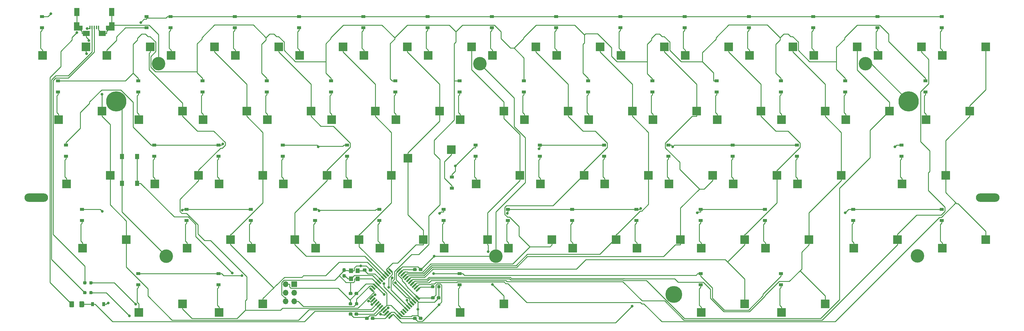
<source format=gbr>
%TF.GenerationSoftware,KiCad,Pcbnew,(5.1.9)-1*%
%TF.CreationDate,2021-04-11T15:21:24+09:00*%
%TF.ProjectId,yuiop60hh3,7975696f-7036-4306-9868-332e6b696361,1*%
%TF.SameCoordinates,Original*%
%TF.FileFunction,Copper,L2,Bot*%
%TF.FilePolarity,Positive*%
%FSLAX46Y46*%
G04 Gerber Fmt 4.6, Leading zero omitted, Abs format (unit mm)*
G04 Created by KiCad (PCBNEW (5.1.9)-1) date 2021-04-11 15:21:24*
%MOMM*%
%LPD*%
G01*
G04 APERTURE LIST*
%TA.AperFunction,ComponentPad*%
%ADD10C,4.000000*%
%TD*%
%TA.AperFunction,ComponentPad*%
%ADD11O,7.000000X2.500000*%
%TD*%
%TA.AperFunction,ComponentPad*%
%ADD12C,5.000000*%
%TD*%
%TA.AperFunction,ComponentPad*%
%ADD13C,6.000000*%
%TD*%
%TA.AperFunction,SMDPad,CuDef*%
%ADD14R,1.200000X1.400000*%
%TD*%
%TA.AperFunction,SMDPad,CuDef*%
%ADD15R,2.550000X2.500000*%
%TD*%
%TA.AperFunction,SMDPad,CuDef*%
%ADD16C,0.100000*%
%TD*%
%TA.AperFunction,SMDPad,CuDef*%
%ADD17R,1.300000X1.550000*%
%TD*%
%TA.AperFunction,ComponentPad*%
%ADD18O,1.700000X1.700000*%
%TD*%
%TA.AperFunction,ComponentPad*%
%ADD19R,1.700000X1.700000*%
%TD*%
%TA.AperFunction,SMDPad,CuDef*%
%ADD20R,0.400000X1.050000*%
%TD*%
%TA.AperFunction,SMDPad,CuDef*%
%ADD21R,2.000000X1.500000*%
%TD*%
%TA.AperFunction,SMDPad,CuDef*%
%ADD22R,1.600000X2.400000*%
%TD*%
%TA.AperFunction,SMDPad,CuDef*%
%ADD23R,1.200000X0.900000*%
%TD*%
%TA.AperFunction,SMDPad,CuDef*%
%ADD24R,0.900000X1.200000*%
%TD*%
%TA.AperFunction,ViaPad*%
%ADD25C,0.800000*%
%TD*%
%TA.AperFunction,Conductor*%
%ADD26C,0.250000*%
%TD*%
G04 APERTURE END LIST*
D10*
%TO.P,HOLE12,*%
%TO.N,GND*%
X208125000Y-174115000D03*
%TD*%
%TO.P,HOLE11,*%
%TO.N,GND*%
X203375000Y-117115000D03*
%TD*%
%TO.P,HOLE10,*%
%TO.N,GND*%
X333025000Y-174065000D03*
%TD*%
%TO.P,HOLE9,*%
%TO.N,GND*%
X317625000Y-117115000D03*
%TD*%
%TO.P,HOLE8,*%
%TO.N,GND*%
X110375000Y-174115000D03*
%TD*%
%TO.P,HOLE7,*%
%TO.N,GND*%
X108125000Y-117115000D03*
%TD*%
D11*
%TO.P,HOLE6,*%
%TO.N,*%
X353915000Y-156815000D03*
%TD*%
%TO.P,HOLE5,*%
%TO.N,*%
X71835000Y-156815000D03*
%TD*%
D12*
%TO.P,HOLE4,*%
%TO.N,GND*%
X260875000Y-185515000D03*
%TD*%
D13*
%TO.P,HOLE2,*%
%TO.N,GND*%
X330425000Y-128225000D03*
%TD*%
%TO.P,HOLE1,*%
%TO.N,GND*%
X95575000Y-128215000D03*
%TD*%
%TO.P,R2,2*%
%TO.N,Net-(R2-Pad2)*%
%TA.AperFunction,SMDPad,CuDef*%
G36*
G01*
X189844000Y-182947500D02*
X189844000Y-183422500D01*
G75*
G02*
X189606500Y-183660000I-237500J0D01*
G01*
X189106500Y-183660000D01*
G75*
G02*
X188869000Y-183422500I0J237500D01*
G01*
X188869000Y-182947500D01*
G75*
G02*
X189106500Y-182710000I237500J0D01*
G01*
X189606500Y-182710000D01*
G75*
G02*
X189844000Y-182947500I0J-237500D01*
G01*
G37*
%TD.AperFunction*%
%TO.P,R2,1*%
%TO.N,GND*%
%TA.AperFunction,SMDPad,CuDef*%
G36*
G01*
X191669000Y-182947500D02*
X191669000Y-183422500D01*
G75*
G02*
X191431500Y-183660000I-237500J0D01*
G01*
X190931500Y-183660000D01*
G75*
G02*
X190694000Y-183422500I0J237500D01*
G01*
X190694000Y-182947500D01*
G75*
G02*
X190931500Y-182710000I237500J0D01*
G01*
X191431500Y-182710000D01*
G75*
G02*
X191669000Y-182947500I0J-237500D01*
G01*
G37*
%TD.AperFunction*%
%TD*%
D14*
%TO.P,X1,4*%
%TO.N,GND*%
X167089000Y-180829000D03*
%TO.P,X1,3*%
%TO.N,/Controller/XTAL1*%
X167089000Y-178429000D03*
%TO.P,X1,2*%
%TO.N,GND*%
X165189000Y-178429000D03*
%TO.P,X1,1*%
%TO.N,/Controller/XTAL2*%
X165189000Y-180829000D03*
%TD*%
%TO.P,C8,2*%
%TO.N,Net-(C8-Pad2)*%
%TA.AperFunction,SMDPad,CuDef*%
G36*
G01*
X166210000Y-191550500D02*
X166210000Y-191075500D01*
G75*
G02*
X166447500Y-190838000I237500J0D01*
G01*
X167047500Y-190838000D01*
G75*
G02*
X167285000Y-191075500I0J-237500D01*
G01*
X167285000Y-191550500D01*
G75*
G02*
X167047500Y-191788000I-237500J0D01*
G01*
X166447500Y-191788000D01*
G75*
G02*
X166210000Y-191550500I0J237500D01*
G01*
G37*
%TD.AperFunction*%
%TO.P,C8,1*%
%TO.N,GND*%
%TA.AperFunction,SMDPad,CuDef*%
G36*
G01*
X164485000Y-191550500D02*
X164485000Y-191075500D01*
G75*
G02*
X164722500Y-190838000I237500J0D01*
G01*
X165322500Y-190838000D01*
G75*
G02*
X165560000Y-191075500I0J-237500D01*
G01*
X165560000Y-191550500D01*
G75*
G02*
X165322500Y-191788000I-237500J0D01*
G01*
X164722500Y-191788000D01*
G75*
G02*
X164485000Y-191550500I0J237500D01*
G01*
G37*
%TD.AperFunction*%
%TD*%
%TO.P,C7,2*%
%TO.N,GND*%
%TA.AperFunction,SMDPad,CuDef*%
G36*
G01*
X170386000Y-192345500D02*
X170386000Y-192820500D01*
G75*
G02*
X170148500Y-193058000I-237500J0D01*
G01*
X169548500Y-193058000D01*
G75*
G02*
X169311000Y-192820500I0J237500D01*
G01*
X169311000Y-192345500D01*
G75*
G02*
X169548500Y-192108000I237500J0D01*
G01*
X170148500Y-192108000D01*
G75*
G02*
X170386000Y-192345500I0J-237500D01*
G01*
G37*
%TD.AperFunction*%
%TO.P,C7,1*%
%TO.N,VCC*%
%TA.AperFunction,SMDPad,CuDef*%
G36*
G01*
X172111000Y-192345500D02*
X172111000Y-192820500D01*
G75*
G02*
X171873500Y-193058000I-237500J0D01*
G01*
X171273500Y-193058000D01*
G75*
G02*
X171036000Y-192820500I0J237500D01*
G01*
X171036000Y-192345500D01*
G75*
G02*
X171273500Y-192108000I237500J0D01*
G01*
X171873500Y-192108000D01*
G75*
G02*
X172111000Y-192345500I0J-237500D01*
G01*
G37*
%TD.AperFunction*%
%TD*%
%TO.P,C2,1*%
%TO.N,/Controller/XTAL1*%
%TA.AperFunction,SMDPad,CuDef*%
G36*
G01*
X168676000Y-178469500D02*
X168676000Y-177994500D01*
G75*
G02*
X168913500Y-177757000I237500J0D01*
G01*
X169513500Y-177757000D01*
G75*
G02*
X169751000Y-177994500I0J-237500D01*
G01*
X169751000Y-178469500D01*
G75*
G02*
X169513500Y-178707000I-237500J0D01*
G01*
X168913500Y-178707000D01*
G75*
G02*
X168676000Y-178469500I0J237500D01*
G01*
G37*
%TD.AperFunction*%
%TO.P,C2,2*%
%TO.N,GND*%
%TA.AperFunction,SMDPad,CuDef*%
G36*
G01*
X170401000Y-178469500D02*
X170401000Y-177994500D01*
G75*
G02*
X170638500Y-177757000I237500J0D01*
G01*
X171238500Y-177757000D01*
G75*
G02*
X171476000Y-177994500I0J-237500D01*
G01*
X171476000Y-178469500D01*
G75*
G02*
X171238500Y-178707000I-237500J0D01*
G01*
X170638500Y-178707000D01*
G75*
G02*
X170401000Y-178469500I0J237500D01*
G01*
G37*
%TD.AperFunction*%
%TD*%
%TO.P,C1,2*%
%TO.N,GND*%
%TA.AperFunction,SMDPad,CuDef*%
G36*
G01*
X163328500Y-178796000D02*
X162853500Y-178796000D01*
G75*
G02*
X162616000Y-178558500I0J237500D01*
G01*
X162616000Y-177958500D01*
G75*
G02*
X162853500Y-177721000I237500J0D01*
G01*
X163328500Y-177721000D01*
G75*
G02*
X163566000Y-177958500I0J-237500D01*
G01*
X163566000Y-178558500D01*
G75*
G02*
X163328500Y-178796000I-237500J0D01*
G01*
G37*
%TD.AperFunction*%
%TO.P,C1,1*%
%TO.N,/Controller/XTAL2*%
%TA.AperFunction,SMDPad,CuDef*%
G36*
G01*
X163328500Y-180521000D02*
X162853500Y-180521000D01*
G75*
G02*
X162616000Y-180283500I0J237500D01*
G01*
X162616000Y-179683500D01*
G75*
G02*
X162853500Y-179446000I237500J0D01*
G01*
X163328500Y-179446000D01*
G75*
G02*
X163566000Y-179683500I0J-237500D01*
G01*
X163566000Y-180283500D01*
G75*
G02*
X163328500Y-180521000I-237500J0D01*
G01*
G37*
%TD.AperFunction*%
%TD*%
D15*
%TO.P,KSW60,1*%
%TO.N,/COL_12*%
X305685000Y-188265000D03*
%TO.P,KSW60,2*%
%TO.N,Net-(D60-Pad2)*%
X292758000Y-190805000D03*
%TD*%
%TO.P,KSW59,1*%
%TO.N,/COL_11*%
X281873000Y-188265000D03*
%TO.P,KSW59,2*%
%TO.N,Net-(D59-Pad2)*%
X268946000Y-190805000D03*
%TD*%
%TO.P,KSW58,1*%
%TO.N,/COL_07*%
X210435000Y-188265000D03*
%TO.P,KSW58,2*%
%TO.N,Net-(D58-Pad2)*%
X197508000Y-190805000D03*
%TD*%
%TO.P,KSW57,1*%
%TO.N,/COL_03*%
X138997000Y-188265000D03*
%TO.P,KSW57,2*%
%TO.N,Net-(D57-Pad2)*%
X126070000Y-190805000D03*
%TD*%
%TO.P,KSW56,1*%
%TO.N,/COL_02*%
X115185000Y-188265000D03*
%TO.P,KSW56,2*%
%TO.N,Net-(D56-Pad2)*%
X102258000Y-190805000D03*
%TD*%
%TO.P,KSW55,1*%
%TO.N,/COL_15*%
X353310000Y-169215000D03*
%TO.P,KSW55,2*%
%TO.N,Net-(D55-Pad2)*%
X340383000Y-171755000D03*
%TD*%
%TO.P,KSW54,1*%
%TO.N,/COL_14*%
X327116000Y-169215000D03*
%TO.P,KSW54,2*%
%TO.N,Net-(D54-Pad2)*%
X314189000Y-171755000D03*
%TD*%
%TO.P,KSW53,1*%
%TO.N,/COL_12*%
X300923000Y-169215000D03*
%TO.P,KSW53,2*%
%TO.N,Net-(D53-Pad2)*%
X287996000Y-171755000D03*
%TD*%
%TO.P,KSW52,1*%
%TO.N,/COL_11*%
X281873000Y-169215000D03*
%TO.P,KSW52,2*%
%TO.N,Net-(D52-Pad2)*%
X268946000Y-171755000D03*
%TD*%
%TO.P,KSW51,1*%
%TO.N,/COL_10*%
X262823000Y-169215000D03*
%TO.P,KSW51,2*%
%TO.N,Net-(D51-Pad2)*%
X249896000Y-171755000D03*
%TD*%
%TO.P,KSW50,1*%
%TO.N,/COL_09*%
X243773000Y-169215000D03*
%TO.P,KSW50,2*%
%TO.N,Net-(D50-Pad2)*%
X230846000Y-171755000D03*
%TD*%
%TO.P,KSW49,1*%
%TO.N,/COL_08*%
X224723000Y-169215000D03*
%TO.P,KSW49,2*%
%TO.N,Net-(D49-Pad2)*%
X211796000Y-171755000D03*
%TD*%
%TO.P,KSW48,1*%
%TO.N,/COL_07*%
X205673000Y-169215000D03*
%TO.P,KSW48,2*%
%TO.N,Net-(D48-Pad2)*%
X192746000Y-171755000D03*
%TD*%
%TO.P,KSW47,1*%
%TO.N,/COL_06*%
X186623000Y-169215000D03*
%TO.P,KSW47,2*%
%TO.N,Net-(D47-Pad2)*%
X173696000Y-171755000D03*
%TD*%
%TO.P,KSW46,1*%
%TO.N,/COL_05*%
X167573000Y-169215000D03*
%TO.P,KSW46,2*%
%TO.N,Net-(D46-Pad2)*%
X154646000Y-171755000D03*
%TD*%
%TO.P,KSW45,1*%
%TO.N,/COL_04*%
X148523000Y-169215000D03*
%TO.P,KSW45,2*%
%TO.N,Net-(D45-Pad2)*%
X135596000Y-171755000D03*
%TD*%
%TO.P,KSW44,1*%
%TO.N,/COL_03*%
X129473000Y-169215000D03*
%TO.P,KSW44,2*%
%TO.N,Net-(D44-Pad2)*%
X116546000Y-171755000D03*
%TD*%
%TO.P,KSW43,1*%
%TO.N,/COL_01*%
X98516200Y-169215000D03*
%TO.P,KSW43,2*%
%TO.N,Net-(D43-Pad2)*%
X85589200Y-171755000D03*
%TD*%
%TO.P,KSW42,1*%
%TO.N,/COL_15*%
X341404000Y-150165000D03*
%TO.P,KSW42,2*%
%TO.N,Net-(D42-Pad2)*%
X328477000Y-152705000D03*
%TD*%
%TO.P,KSW41,1*%
%TO.N,/COL_12*%
X310447000Y-150165000D03*
%TO.P,KSW41,2*%
%TO.N,Net-(D41-Pad2)*%
X297520000Y-152705000D03*
%TD*%
%TO.P,KSW40,2*%
%TO.N,Net-(D40-Pad2)*%
X278470000Y-152705000D03*
%TO.P,KSW40,1*%
%TO.N,/COL_11*%
X291397000Y-150165000D03*
%TD*%
%TO.P,KSW39,1*%
%TO.N,/COL_10*%
X272347000Y-150165000D03*
%TO.P,KSW39,2*%
%TO.N,Net-(D39-Pad2)*%
X259420000Y-152705000D03*
%TD*%
%TO.P,KSW38,1*%
%TO.N,/COL_09*%
X253297000Y-150165000D03*
%TO.P,KSW38,2*%
%TO.N,Net-(D38-Pad2)*%
X240370000Y-152705000D03*
%TD*%
%TO.P,KSW37,1*%
%TO.N,/COL_08*%
X234247000Y-150165000D03*
%TO.P,KSW37,2*%
%TO.N,Net-(D37-Pad2)*%
X221320000Y-152705000D03*
%TD*%
%TO.P,KSW36,1*%
%TO.N,/COL_07*%
X215197000Y-150165000D03*
%TO.P,KSW36,2*%
%TO.N,Net-(D36-Pad2)*%
X202270000Y-152705000D03*
%TD*%
%TO.P,KSW35,1*%
%TO.N,/COL_06*%
X181977000Y-145085000D03*
%TO.P,KSW35,2*%
%TO.N,Net-(D35-Pad2)*%
X194904000Y-142545000D03*
%TD*%
%TO.P,KSW34,1*%
%TO.N,/COL_05*%
X177097000Y-150165000D03*
%TO.P,KSW34,2*%
%TO.N,Net-(D34-Pad2)*%
X164170000Y-152705000D03*
%TD*%
%TO.P,KSW33,1*%
%TO.N,/COL_04*%
X158047000Y-150165000D03*
%TO.P,KSW33,2*%
%TO.N,Net-(D33-Pad2)*%
X145120000Y-152705000D03*
%TD*%
%TO.P,KSW32,1*%
%TO.N,/COL_03*%
X138997000Y-150165000D03*
%TO.P,KSW32,2*%
%TO.N,Net-(D32-Pad2)*%
X126070000Y-152705000D03*
%TD*%
%TO.P,KSW31,1*%
%TO.N,/COL_02*%
X119947000Y-150165000D03*
%TO.P,KSW31,2*%
%TO.N,Net-(D31-Pad2)*%
X107020000Y-152705000D03*
%TD*%
%TO.P,KSW30,1*%
%TO.N,/COL_01*%
X93753800Y-150165000D03*
%TO.P,KSW30,2*%
%TO.N,Net-(D30-Pad2)*%
X80826800Y-152705000D03*
%TD*%
%TO.P,KSW29,1*%
%TO.N,/COL_15*%
X348547000Y-131115000D03*
%TO.P,KSW29,2*%
%TO.N,Net-(D29-Pad2)*%
X335620000Y-133655000D03*
%TD*%
%TO.P,KSW28,1*%
%TO.N,/COL_13*%
X324735000Y-131115000D03*
%TO.P,KSW28,2*%
%TO.N,Net-(D28-Pad2)*%
X311808000Y-133655000D03*
%TD*%
%TO.P,KSW27,1*%
%TO.N,/COL_12*%
X305685000Y-131115000D03*
%TO.P,KSW27,2*%
%TO.N,Net-(D27-Pad2)*%
X292758000Y-133655000D03*
%TD*%
%TO.P,KSW26,1*%
%TO.N,/COL_11*%
X286635000Y-131115000D03*
%TO.P,KSW26,2*%
%TO.N,Net-(D26-Pad2)*%
X273708000Y-133655000D03*
%TD*%
%TO.P,KSW25,1*%
%TO.N,/COL_10*%
X267585000Y-131115000D03*
%TO.P,KSW25,2*%
%TO.N,Net-(D25-Pad2)*%
X254658000Y-133655000D03*
%TD*%
%TO.P,KSW24,1*%
%TO.N,/COL_09*%
X248535000Y-131115000D03*
%TO.P,KSW24,2*%
%TO.N,Net-(D24-Pad2)*%
X235608000Y-133655000D03*
%TD*%
%TO.P,KSW23,1*%
%TO.N,/COL_08*%
X229485000Y-131115000D03*
%TO.P,KSW23,2*%
%TO.N,Net-(D23-Pad2)*%
X216558000Y-133655000D03*
%TD*%
%TO.P,KSW22,1*%
%TO.N,/COL_07*%
X210435000Y-131115000D03*
%TO.P,KSW22,2*%
%TO.N,Net-(D22-Pad2)*%
X197508000Y-133655000D03*
%TD*%
%TO.P,KSW21,1*%
%TO.N,/COL_06*%
X191385000Y-131115000D03*
%TO.P,KSW21,2*%
%TO.N,Net-(D21-Pad2)*%
X178458000Y-133655000D03*
%TD*%
%TO.P,KSW20,1*%
%TO.N,/COL_05*%
X172335000Y-131115000D03*
%TO.P,KSW20,2*%
%TO.N,Net-(D20-Pad2)*%
X159408000Y-133655000D03*
%TD*%
%TO.P,KSW19,1*%
%TO.N,/COL_04*%
X153285000Y-131115000D03*
%TO.P,KSW19,2*%
%TO.N,Net-(D19-Pad2)*%
X140358000Y-133655000D03*
%TD*%
%TO.P,KSW18,1*%
%TO.N,/COL_03*%
X134235000Y-131115000D03*
%TO.P,KSW18,2*%
%TO.N,Net-(D18-Pad2)*%
X121308000Y-133655000D03*
%TD*%
%TO.P,KSW17,1*%
%TO.N,/COL_02*%
X115185000Y-131115000D03*
%TO.P,KSW17,2*%
%TO.N,Net-(D17-Pad2)*%
X102258000Y-133655000D03*
%TD*%
%TO.P,KSW16,1*%
%TO.N,/COL_01*%
X91372500Y-131115000D03*
%TO.P,KSW16,2*%
%TO.N,Net-(D16-Pad2)*%
X78445500Y-133655000D03*
%TD*%
%TO.P,KSW15,1*%
%TO.N,/COL_15*%
X353310000Y-112065000D03*
%TO.P,KSW15,2*%
%TO.N,Net-(D15-Pad2)*%
X340383000Y-114605000D03*
%TD*%
%TO.P,KSW14,1*%
%TO.N,/COL_14*%
X334260000Y-112065000D03*
%TO.P,KSW14,2*%
%TO.N,Net-(D14-Pad2)*%
X321333000Y-114605000D03*
%TD*%
%TO.P,KSW13,1*%
%TO.N,/COL_13*%
X315210000Y-112065000D03*
%TO.P,KSW13,2*%
%TO.N,Net-(D13-Pad2)*%
X302283000Y-114605000D03*
%TD*%
%TO.P,KSW12,1*%
%TO.N,/COL_12*%
X296160000Y-112065000D03*
%TO.P,KSW12,2*%
%TO.N,Net-(D12-Pad2)*%
X283233000Y-114605000D03*
%TD*%
%TO.P,KSW11,1*%
%TO.N,/COL_11*%
X277110000Y-112065000D03*
%TO.P,KSW11,2*%
%TO.N,Net-(D11-Pad2)*%
X264183000Y-114605000D03*
%TD*%
%TO.P,KSW10,1*%
%TO.N,/COL_10*%
X258060000Y-112065000D03*
%TO.P,KSW10,2*%
%TO.N,Net-(D10-Pad2)*%
X245133000Y-114605000D03*
%TD*%
%TO.P,KSW9,1*%
%TO.N,/COL_09*%
X239010000Y-112065000D03*
%TO.P,KSW9,2*%
%TO.N,Net-(D9-Pad2)*%
X226083000Y-114605000D03*
%TD*%
%TO.P,KSW8,1*%
%TO.N,/COL_08*%
X219960000Y-112065000D03*
%TO.P,KSW8,2*%
%TO.N,Net-(D8-Pad2)*%
X207033000Y-114605000D03*
%TD*%
%TO.P,KSW7,1*%
%TO.N,/COL_07*%
X200910000Y-112065000D03*
%TO.P,KSW7,2*%
%TO.N,Net-(D7-Pad2)*%
X187983000Y-114605000D03*
%TD*%
%TO.P,KSW6,1*%
%TO.N,/COL_06*%
X181860000Y-112065000D03*
%TO.P,KSW6,2*%
%TO.N,Net-(D6-Pad2)*%
X168933000Y-114605000D03*
%TD*%
%TO.P,KSW5,1*%
%TO.N,/COL_05*%
X162810000Y-112065000D03*
%TO.P,KSW5,2*%
%TO.N,Net-(D5-Pad2)*%
X149883000Y-114605000D03*
%TD*%
%TO.P,KSW4,1*%
%TO.N,/COL_04*%
X143760000Y-112065000D03*
%TO.P,KSW4,2*%
%TO.N,Net-(D4-Pad2)*%
X130833000Y-114605000D03*
%TD*%
%TO.P,KSW3,1*%
%TO.N,/COL_03*%
X124710000Y-112065000D03*
%TO.P,KSW3,2*%
%TO.N,Net-(D3-Pad2)*%
X111783000Y-114605000D03*
%TD*%
%TO.P,KSW2,1*%
%TO.N,/COL_02*%
X105660000Y-112065000D03*
%TO.P,KSW2,2*%
%TO.N,Net-(D2-Pad2)*%
X92733000Y-114605000D03*
%TD*%
%TO.P,KSW1,1*%
%TO.N,/COL_01*%
X86610000Y-112065000D03*
%TO.P,KSW1,2*%
%TO.N,Net-(D1-Pad2)*%
X73683000Y-114605000D03*
%TD*%
%TA.AperFunction,SMDPad,CuDef*%
D16*
%TO.P,U1,1*%
%TO.N,/LED_DATA*%
G36*
X176539042Y-192800720D02*
G01*
X176150134Y-192411812D01*
X177210794Y-191351152D01*
X177599702Y-191740060D01*
X176539042Y-192800720D01*
G37*
%TD.AperFunction*%
%TA.AperFunction,SMDPad,CuDef*%
%TO.P,U1,2*%
%TO.N,VCC*%
G36*
X175973357Y-192235034D02*
G01*
X175584449Y-191846126D01*
X176645109Y-190785466D01*
X177034017Y-191174374D01*
X175973357Y-192235034D01*
G37*
%TD.AperFunction*%
%TA.AperFunction,SMDPad,CuDef*%
%TO.P,U1,3*%
%TO.N,/Controller/D-*%
G36*
X175407672Y-191669349D02*
G01*
X175018764Y-191280441D01*
X176079424Y-190219781D01*
X176468332Y-190608689D01*
X175407672Y-191669349D01*
G37*
%TD.AperFunction*%
%TA.AperFunction,SMDPad,CuDef*%
%TO.P,U1,4*%
%TO.N,/Controller/D+*%
G36*
X174841986Y-191103664D02*
G01*
X174453078Y-190714756D01*
X175513738Y-189654096D01*
X175902646Y-190043004D01*
X174841986Y-191103664D01*
G37*
%TD.AperFunction*%
%TA.AperFunction,SMDPad,CuDef*%
%TO.P,U1,5*%
%TO.N,GND*%
G36*
X174276301Y-190537978D02*
G01*
X173887393Y-190149070D01*
X174948053Y-189088410D01*
X175336961Y-189477318D01*
X174276301Y-190537978D01*
G37*
%TD.AperFunction*%
%TA.AperFunction,SMDPad,CuDef*%
%TO.P,U1,6*%
%TO.N,Net-(C8-Pad2)*%
G36*
X173710615Y-189972293D02*
G01*
X173321707Y-189583385D01*
X174382367Y-188522725D01*
X174771275Y-188911633D01*
X173710615Y-189972293D01*
G37*
%TD.AperFunction*%
%TA.AperFunction,SMDPad,CuDef*%
%TO.P,U1,7*%
%TO.N,/Controller/V_USB*%
G36*
X173144930Y-189406607D02*
G01*
X172756022Y-189017699D01*
X173816682Y-187957039D01*
X174205590Y-188345947D01*
X173144930Y-189406607D01*
G37*
%TD.AperFunction*%
%TA.AperFunction,SMDPad,CuDef*%
%TO.P,U1,8*%
%TO.N,/COL_01*%
G36*
X172579244Y-188840922D02*
G01*
X172190336Y-188452014D01*
X173250996Y-187391354D01*
X173639904Y-187780262D01*
X172579244Y-188840922D01*
G37*
%TD.AperFunction*%
%TA.AperFunction,SMDPad,CuDef*%
%TO.P,U1,9*%
%TO.N,/Controller/P09_B1_SCLK*%
G36*
X172013559Y-188275236D02*
G01*
X171624651Y-187886328D01*
X172685311Y-186825668D01*
X173074219Y-187214576D01*
X172013559Y-188275236D01*
G37*
%TD.AperFunction*%
%TA.AperFunction,SMDPad,CuDef*%
%TO.P,U1,10*%
%TO.N,/Controller/P10_B2_MOSI*%
G36*
X171447874Y-187709551D02*
G01*
X171058966Y-187320643D01*
X172119626Y-186259983D01*
X172508534Y-186648891D01*
X171447874Y-187709551D01*
G37*
%TD.AperFunction*%
%TA.AperFunction,SMDPad,CuDef*%
%TO.P,U1,11*%
%TO.N,/Controller/P11_B3_MISO*%
G36*
X170882188Y-187143866D02*
G01*
X170493280Y-186754958D01*
X171553940Y-185694298D01*
X171942848Y-186083206D01*
X170882188Y-187143866D01*
G37*
%TD.AperFunction*%
%TA.AperFunction,SMDPad,CuDef*%
%TO.P,U1,12*%
%TO.N,/COL_02*%
G36*
X170493280Y-183679042D02*
G01*
X170882188Y-183290134D01*
X171942848Y-184350794D01*
X171553940Y-184739702D01*
X170493280Y-183679042D01*
G37*
%TD.AperFunction*%
%TA.AperFunction,SMDPad,CuDef*%
%TO.P,U1,13*%
%TO.N,/RESET*%
G36*
X171058966Y-183113357D02*
G01*
X171447874Y-182724449D01*
X172508534Y-183785109D01*
X172119626Y-184174017D01*
X171058966Y-183113357D01*
G37*
%TD.AperFunction*%
%TA.AperFunction,SMDPad,CuDef*%
%TO.P,U1,14*%
%TO.N,VCC*%
G36*
X171624651Y-182547672D02*
G01*
X172013559Y-182158764D01*
X173074219Y-183219424D01*
X172685311Y-183608332D01*
X171624651Y-182547672D01*
G37*
%TD.AperFunction*%
%TA.AperFunction,SMDPad,CuDef*%
%TO.P,U1,15*%
%TO.N,GND*%
G36*
X172190336Y-181981986D02*
G01*
X172579244Y-181593078D01*
X173639904Y-182653738D01*
X173250996Y-183042646D01*
X172190336Y-181981986D01*
G37*
%TD.AperFunction*%
%TA.AperFunction,SMDPad,CuDef*%
%TO.P,U1,16*%
%TO.N,/Controller/XTAL2*%
G36*
X172756022Y-181416301D02*
G01*
X173144930Y-181027393D01*
X174205590Y-182088053D01*
X173816682Y-182476961D01*
X172756022Y-181416301D01*
G37*
%TD.AperFunction*%
%TA.AperFunction,SMDPad,CuDef*%
%TO.P,U1,17*%
%TO.N,/Controller/XTAL1*%
G36*
X173321707Y-180850615D02*
G01*
X173710615Y-180461707D01*
X174771275Y-181522367D01*
X174382367Y-181911275D01*
X173321707Y-180850615D01*
G37*
%TD.AperFunction*%
%TA.AperFunction,SMDPad,CuDef*%
%TO.P,U1,18*%
%TO.N,/COL_03*%
G36*
X173887393Y-180284930D02*
G01*
X174276301Y-179896022D01*
X175336961Y-180956682D01*
X174948053Y-181345590D01*
X173887393Y-180284930D01*
G37*
%TD.AperFunction*%
%TA.AperFunction,SMDPad,CuDef*%
%TO.P,U1,19*%
%TO.N,/COL_04*%
G36*
X174453078Y-179719244D02*
G01*
X174841986Y-179330336D01*
X175902646Y-180390996D01*
X175513738Y-180779904D01*
X174453078Y-179719244D01*
G37*
%TD.AperFunction*%
%TA.AperFunction,SMDPad,CuDef*%
%TO.P,U1,20*%
%TO.N,/COL_05*%
G36*
X175018764Y-179153559D02*
G01*
X175407672Y-178764651D01*
X176468332Y-179825311D01*
X176079424Y-180214219D01*
X175018764Y-179153559D01*
G37*
%TD.AperFunction*%
%TA.AperFunction,SMDPad,CuDef*%
%TO.P,U1,21*%
%TO.N,/COL_06*%
G36*
X175584449Y-178587874D02*
G01*
X175973357Y-178198966D01*
X177034017Y-179259626D01*
X176645109Y-179648534D01*
X175584449Y-178587874D01*
G37*
%TD.AperFunction*%
%TA.AperFunction,SMDPad,CuDef*%
%TO.P,U1,22*%
%TO.N,/COL_07*%
G36*
X176150134Y-178022188D02*
G01*
X176539042Y-177633280D01*
X177599702Y-178693940D01*
X177210794Y-179082848D01*
X176150134Y-178022188D01*
G37*
%TD.AperFunction*%
%TA.AperFunction,SMDPad,CuDef*%
%TO.P,U1,23*%
%TO.N,GND*%
G36*
X178943206Y-179082848D02*
G01*
X178554298Y-178693940D01*
X179614958Y-177633280D01*
X180003866Y-178022188D01*
X178943206Y-179082848D01*
G37*
%TD.AperFunction*%
%TA.AperFunction,SMDPad,CuDef*%
%TO.P,U1,24*%
%TO.N,VCC*%
G36*
X179508891Y-179648534D02*
G01*
X179119983Y-179259626D01*
X180180643Y-178198966D01*
X180569551Y-178587874D01*
X179508891Y-179648534D01*
G37*
%TD.AperFunction*%
%TA.AperFunction,SMDPad,CuDef*%
%TO.P,U1,25*%
%TO.N,/COL_08*%
G36*
X180074576Y-180214219D02*
G01*
X179685668Y-179825311D01*
X180746328Y-178764651D01*
X181135236Y-179153559D01*
X180074576Y-180214219D01*
G37*
%TD.AperFunction*%
%TA.AperFunction,SMDPad,CuDef*%
%TO.P,U1,26*%
%TO.N,/COL_09*%
G36*
X180640262Y-180779904D02*
G01*
X180251354Y-180390996D01*
X181312014Y-179330336D01*
X181700922Y-179719244D01*
X180640262Y-180779904D01*
G37*
%TD.AperFunction*%
%TA.AperFunction,SMDPad,CuDef*%
%TO.P,U1,27*%
%TO.N,/COL_10*%
G36*
X181205947Y-181345590D02*
G01*
X180817039Y-180956682D01*
X181877699Y-179896022D01*
X182266607Y-180284930D01*
X181205947Y-181345590D01*
G37*
%TD.AperFunction*%
%TA.AperFunction,SMDPad,CuDef*%
%TO.P,U1,28*%
%TO.N,/COL_11*%
G36*
X181771633Y-181911275D02*
G01*
X181382725Y-181522367D01*
X182443385Y-180461707D01*
X182832293Y-180850615D01*
X181771633Y-181911275D01*
G37*
%TD.AperFunction*%
%TA.AperFunction,SMDPad,CuDef*%
%TO.P,U1,29*%
%TO.N,/COL_12*%
G36*
X182337318Y-182476961D02*
G01*
X181948410Y-182088053D01*
X183009070Y-181027393D01*
X183397978Y-181416301D01*
X182337318Y-182476961D01*
G37*
%TD.AperFunction*%
%TA.AperFunction,SMDPad,CuDef*%
%TO.P,U1,30*%
%TO.N,/COL_13*%
G36*
X182903004Y-183042646D02*
G01*
X182514096Y-182653738D01*
X183574756Y-181593078D01*
X183963664Y-181981986D01*
X182903004Y-183042646D01*
G37*
%TD.AperFunction*%
%TA.AperFunction,SMDPad,CuDef*%
%TO.P,U1,31*%
%TO.N,/COL_14*%
G36*
X183468689Y-183608332D02*
G01*
X183079781Y-183219424D01*
X184140441Y-182158764D01*
X184529349Y-182547672D01*
X183468689Y-183608332D01*
G37*
%TD.AperFunction*%
%TA.AperFunction,SMDPad,CuDef*%
%TO.P,U1,32*%
%TO.N,/COL_15*%
G36*
X184034374Y-184174017D02*
G01*
X183645466Y-183785109D01*
X184706126Y-182724449D01*
X185095034Y-183113357D01*
X184034374Y-184174017D01*
G37*
%TD.AperFunction*%
%TA.AperFunction,SMDPad,CuDef*%
%TO.P,U1,33*%
%TO.N,Net-(R2-Pad2)*%
G36*
X184600060Y-184739702D02*
G01*
X184211152Y-184350794D01*
X185271812Y-183290134D01*
X185660720Y-183679042D01*
X184600060Y-184739702D01*
G37*
%TD.AperFunction*%
%TA.AperFunction,SMDPad,CuDef*%
%TO.P,U1,34*%
%TO.N,VCC*%
G36*
X184211152Y-186083206D02*
G01*
X184600060Y-185694298D01*
X185660720Y-186754958D01*
X185271812Y-187143866D01*
X184211152Y-186083206D01*
G37*
%TD.AperFunction*%
%TA.AperFunction,SMDPad,CuDef*%
%TO.P,U1,35*%
%TO.N,GND*%
G36*
X183645466Y-186648891D02*
G01*
X184034374Y-186259983D01*
X185095034Y-187320643D01*
X184706126Y-187709551D01*
X183645466Y-186648891D01*
G37*
%TD.AperFunction*%
%TA.AperFunction,SMDPad,CuDef*%
%TO.P,U1,36*%
%TO.N,/ROW_1*%
G36*
X183079781Y-187214576D02*
G01*
X183468689Y-186825668D01*
X184529349Y-187886328D01*
X184140441Y-188275236D01*
X183079781Y-187214576D01*
G37*
%TD.AperFunction*%
%TA.AperFunction,SMDPad,CuDef*%
%TO.P,U1,37*%
%TO.N,/ROW_2*%
G36*
X182514096Y-187780262D02*
G01*
X182903004Y-187391354D01*
X183963664Y-188452014D01*
X183574756Y-188840922D01*
X182514096Y-187780262D01*
G37*
%TD.AperFunction*%
%TA.AperFunction,SMDPad,CuDef*%
%TO.P,U1,38*%
%TO.N,/ROW_3*%
G36*
X181948410Y-188345947D02*
G01*
X182337318Y-187957039D01*
X183397978Y-189017699D01*
X183009070Y-189406607D01*
X181948410Y-188345947D01*
G37*
%TD.AperFunction*%
%TA.AperFunction,SMDPad,CuDef*%
%TO.P,U1,39*%
%TO.N,/ROW_4*%
G36*
X181382725Y-188911633D02*
G01*
X181771633Y-188522725D01*
X182832293Y-189583385D01*
X182443385Y-189972293D01*
X181382725Y-188911633D01*
G37*
%TD.AperFunction*%
%TA.AperFunction,SMDPad,CuDef*%
%TO.P,U1,40*%
%TO.N,/ROW_5*%
G36*
X180817039Y-189477318D02*
G01*
X181205947Y-189088410D01*
X182266607Y-190149070D01*
X181877699Y-190537978D01*
X180817039Y-189477318D01*
G37*
%TD.AperFunction*%
%TA.AperFunction,SMDPad,CuDef*%
%TO.P,U1,41*%
%TO.N,/Controller/P41_F0*%
G36*
X180251354Y-190043004D02*
G01*
X180640262Y-189654096D01*
X181700922Y-190714756D01*
X181312014Y-191103664D01*
X180251354Y-190043004D01*
G37*
%TD.AperFunction*%
%TA.AperFunction,SMDPad,CuDef*%
%TO.P,U1,42*%
%TO.N,Net-(U1-Pad42)*%
G36*
X179685668Y-190608689D02*
G01*
X180074576Y-190219781D01*
X181135236Y-191280441D01*
X180746328Y-191669349D01*
X179685668Y-190608689D01*
G37*
%TD.AperFunction*%
%TA.AperFunction,SMDPad,CuDef*%
%TO.P,U1,43*%
%TO.N,GND*%
G36*
X179119983Y-191174374D02*
G01*
X179508891Y-190785466D01*
X180569551Y-191846126D01*
X180180643Y-192235034D01*
X179119983Y-191174374D01*
G37*
%TD.AperFunction*%
%TA.AperFunction,SMDPad,CuDef*%
%TO.P,U1,44*%
%TO.N,VCC*%
G36*
X178554298Y-191740060D02*
G01*
X178943206Y-191351152D01*
X180003866Y-192411812D01*
X179614958Y-192800720D01*
X178554298Y-191740060D01*
G37*
%TD.AperFunction*%
%TD*%
D17*
%TO.P,RSW1,2*%
%TO.N,GND*%
X97264800Y-144565000D03*
%TO.P,RSW1,1*%
%TO.N,/RESET*%
X101764800Y-144565000D03*
X101764800Y-152515000D03*
%TO.P,RSW1,2*%
%TO.N,GND*%
X97264800Y-152515000D03*
%TD*%
%TO.P,R4,2*%
%TO.N,Net-(J1-Pad2)*%
%TA.AperFunction,SMDPad,CuDef*%
G36*
G01*
X86720000Y-184725500D02*
X86720000Y-185200500D01*
G75*
G02*
X86482500Y-185438000I-237500J0D01*
G01*
X85982500Y-185438000D01*
G75*
G02*
X85745000Y-185200500I0J237500D01*
G01*
X85745000Y-184725500D01*
G75*
G02*
X85982500Y-184488000I237500J0D01*
G01*
X86482500Y-184488000D01*
G75*
G02*
X86720000Y-184725500I0J-237500D01*
G01*
G37*
%TD.AperFunction*%
%TO.P,R4,1*%
%TO.N,/Controller/D-*%
%TA.AperFunction,SMDPad,CuDef*%
G36*
G01*
X88545000Y-184725500D02*
X88545000Y-185200500D01*
G75*
G02*
X88307500Y-185438000I-237500J0D01*
G01*
X87807500Y-185438000D01*
G75*
G02*
X87570000Y-185200500I0J237500D01*
G01*
X87570000Y-184725500D01*
G75*
G02*
X87807500Y-184488000I237500J0D01*
G01*
X88307500Y-184488000D01*
G75*
G02*
X88545000Y-184725500I0J-237500D01*
G01*
G37*
%TD.AperFunction*%
%TD*%
%TO.P,R3,2*%
%TO.N,Net-(J1-Pad3)*%
%TA.AperFunction,SMDPad,CuDef*%
G36*
G01*
X86720000Y-181804500D02*
X86720000Y-182279500D01*
G75*
G02*
X86482500Y-182517000I-237500J0D01*
G01*
X85982500Y-182517000D01*
G75*
G02*
X85745000Y-182279500I0J237500D01*
G01*
X85745000Y-181804500D01*
G75*
G02*
X85982500Y-181567000I237500J0D01*
G01*
X86482500Y-181567000D01*
G75*
G02*
X86720000Y-181804500I0J-237500D01*
G01*
G37*
%TD.AperFunction*%
%TO.P,R3,1*%
%TO.N,/Controller/D+*%
%TA.AperFunction,SMDPad,CuDef*%
G36*
G01*
X88545000Y-181804500D02*
X88545000Y-182279500D01*
G75*
G02*
X88307500Y-182517000I-237500J0D01*
G01*
X87807500Y-182517000D01*
G75*
G02*
X87570000Y-182279500I0J237500D01*
G01*
X87570000Y-181804500D01*
G75*
G02*
X87807500Y-181567000I237500J0D01*
G01*
X88307500Y-181567000D01*
G75*
G02*
X88545000Y-181804500I0J-237500D01*
G01*
G37*
%TD.AperFunction*%
%TD*%
%TO.P,R1,2*%
%TO.N,/RESET*%
%TA.AperFunction,SMDPad,CuDef*%
G36*
G01*
X166310000Y-188502500D02*
X166310000Y-188027500D01*
G75*
G02*
X166547500Y-187790000I237500J0D01*
G01*
X167047500Y-187790000D01*
G75*
G02*
X167285000Y-188027500I0J-237500D01*
G01*
X167285000Y-188502500D01*
G75*
G02*
X167047500Y-188740000I-237500J0D01*
G01*
X166547500Y-188740000D01*
G75*
G02*
X166310000Y-188502500I0J237500D01*
G01*
G37*
%TD.AperFunction*%
%TO.P,R1,1*%
%TO.N,VCC*%
%TA.AperFunction,SMDPad,CuDef*%
G36*
G01*
X164485000Y-188502500D02*
X164485000Y-188027500D01*
G75*
G02*
X164722500Y-187790000I237500J0D01*
G01*
X165222500Y-187790000D01*
G75*
G02*
X165460000Y-188027500I0J-237500D01*
G01*
X165460000Y-188502500D01*
G75*
G02*
X165222500Y-188740000I-237500J0D01*
G01*
X164722500Y-188740000D01*
G75*
G02*
X164485000Y-188502500I0J237500D01*
G01*
G37*
%TD.AperFunction*%
%TD*%
D18*
%TO.P,J2,6*%
%TO.N,GND*%
X145796000Y-187535000D03*
%TO.P,J2,5*%
%TO.N,/RESET*%
X148336000Y-187535000D03*
%TO.P,J2,4*%
%TO.N,/Controller/P10_B2_MOSI*%
X145796000Y-184995000D03*
%TO.P,J2,3*%
%TO.N,/Controller/P09_B1_SCLK*%
X148336000Y-184995000D03*
%TO.P,J2,2*%
%TO.N,VCC*%
X145796000Y-182455000D03*
D19*
%TO.P,J2,1*%
%TO.N,/Controller/P11_B3_MISO*%
X148336000Y-182455000D03*
%TD*%
D20*
%TO.P,J1,5*%
%TO.N,GND*%
X90350000Y-106352000D03*
%TO.P,J1,4*%
%TO.N,Net-(J1-Pad4)*%
X89700000Y-106352000D03*
%TO.P,J1,3*%
%TO.N,Net-(J1-Pad3)*%
X89050000Y-106352000D03*
%TO.P,J1,2*%
%TO.N,Net-(J1-Pad2)*%
X88400000Y-106352000D03*
%TO.P,J1,1*%
%TO.N,Net-(F1-Pad2)*%
X87750000Y-106352000D03*
D21*
%TO.P,J1,6*%
%TO.N,GND*%
X86700000Y-108127000D03*
X91400000Y-108127000D03*
D22*
X83850000Y-101727000D03*
X94250000Y-101727000D03*
%TA.AperFunction,SMDPad,CuDef*%
D16*
G36*
X84650975Y-104822096D02*
G01*
X84651913Y-104822381D01*
X84652778Y-104822843D01*
X84653536Y-104823464D01*
X84654157Y-104824222D01*
X84654619Y-104825087D01*
X84654904Y-104826025D01*
X84655000Y-104827000D01*
X84655000Y-105822000D01*
X85600000Y-105822000D01*
X85600975Y-105822096D01*
X85601913Y-105822381D01*
X85602778Y-105822843D01*
X85603536Y-105823464D01*
X85604157Y-105824222D01*
X85604619Y-105825087D01*
X85604904Y-105826025D01*
X85605000Y-105827000D01*
X85605000Y-106927000D01*
X85604904Y-106927975D01*
X85604619Y-106928913D01*
X85604157Y-106929778D01*
X85603536Y-106930536D01*
X85303536Y-107230536D01*
X85302778Y-107231157D01*
X85301913Y-107231619D01*
X85300975Y-107231904D01*
X85300000Y-107232000D01*
X83050000Y-107232000D01*
X83049025Y-107231904D01*
X83048087Y-107231619D01*
X83047222Y-107231157D01*
X83046464Y-107230536D01*
X83045843Y-107229778D01*
X83045381Y-107228913D01*
X83045096Y-107227975D01*
X83045000Y-107227000D01*
X83045000Y-104827000D01*
X83045096Y-104826025D01*
X83045381Y-104825087D01*
X83045843Y-104824222D01*
X83046464Y-104823464D01*
X83047222Y-104822843D01*
X83048087Y-104822381D01*
X83049025Y-104822096D01*
X83050000Y-104822000D01*
X84650000Y-104822000D01*
X84650975Y-104822096D01*
G37*
%TD.AperFunction*%
%TA.AperFunction,SMDPad,CuDef*%
G36*
X95050975Y-104822096D02*
G01*
X95051913Y-104822381D01*
X95052778Y-104822843D01*
X95053536Y-104823464D01*
X95054157Y-104824222D01*
X95054619Y-104825087D01*
X95054904Y-104826025D01*
X95055000Y-104827000D01*
X95055000Y-107227000D01*
X95054904Y-107227975D01*
X95054619Y-107228913D01*
X95054157Y-107229778D01*
X95053536Y-107230536D01*
X95052778Y-107231157D01*
X95051913Y-107231619D01*
X95050975Y-107231904D01*
X95050000Y-107232000D01*
X92800000Y-107232000D01*
X92799025Y-107231904D01*
X92798087Y-107231619D01*
X92797222Y-107231157D01*
X92796464Y-107230536D01*
X92496464Y-106930536D01*
X92495843Y-106929778D01*
X92495381Y-106928913D01*
X92495096Y-106927975D01*
X92495000Y-106927000D01*
X92495000Y-105827000D01*
X92495096Y-105826025D01*
X92495381Y-105825087D01*
X92495843Y-105824222D01*
X92496464Y-105823464D01*
X92497222Y-105822843D01*
X92498087Y-105822381D01*
X92499025Y-105822096D01*
X92500000Y-105822000D01*
X93445000Y-105822000D01*
X93445000Y-104827000D01*
X93445096Y-104826025D01*
X93445381Y-104825087D01*
X93445843Y-104824222D01*
X93446464Y-104823464D01*
X93447222Y-104822843D01*
X93448087Y-104822381D01*
X93449025Y-104822096D01*
X93450000Y-104822000D01*
X95050000Y-104822000D01*
X95050975Y-104822096D01*
G37*
%TD.AperFunction*%
%TD*%
%TO.P,F1,2*%
%TO.N,Net-(F1-Pad2)*%
%TA.AperFunction,SMDPad,CuDef*%
G36*
G01*
X83068000Y-187767000D02*
X83068000Y-189017000D01*
G75*
G02*
X82818000Y-189267000I-250000J0D01*
G01*
X81893000Y-189267000D01*
G75*
G02*
X81643000Y-189017000I0J250000D01*
G01*
X81643000Y-187767000D01*
G75*
G02*
X81893000Y-187517000I250000J0D01*
G01*
X82818000Y-187517000D01*
G75*
G02*
X83068000Y-187767000I0J-250000D01*
G01*
G37*
%TD.AperFunction*%
%TO.P,F1,1*%
%TO.N,/Controller/V_USB*%
%TA.AperFunction,SMDPad,CuDef*%
G36*
G01*
X86043000Y-187767000D02*
X86043000Y-189017000D01*
G75*
G02*
X85793000Y-189267000I-250000J0D01*
G01*
X84868000Y-189267000D01*
G75*
G02*
X84618000Y-189017000I0J250000D01*
G01*
X84618000Y-187767000D01*
G75*
G02*
X84868000Y-187517000I250000J0D01*
G01*
X85793000Y-187517000D01*
G75*
G02*
X86043000Y-187767000I0J-250000D01*
G01*
G37*
%TD.AperFunction*%
%TD*%
D23*
%TO.P,D60,2*%
%TO.N,Net-(D60-Pad2)*%
X292600000Y-182625000D03*
%TO.P,D60,1*%
%TO.N,/ROW_5*%
X292600000Y-179325000D03*
%TD*%
%TO.P,D59,2*%
%TO.N,Net-(D59-Pad2)*%
X268788000Y-182625000D03*
%TO.P,D59,1*%
%TO.N,/ROW_5*%
X268788000Y-179325000D03*
%TD*%
%TO.P,D58,2*%
%TO.N,Net-(D58-Pad2)*%
X197350000Y-182625000D03*
%TO.P,D58,1*%
%TO.N,/ROW_5*%
X197350000Y-179325000D03*
%TD*%
%TO.P,D57,2*%
%TO.N,Net-(D57-Pad2)*%
X125912000Y-182625000D03*
%TO.P,D57,1*%
%TO.N,/ROW_5*%
X125912000Y-179325000D03*
%TD*%
%TO.P,D56,2*%
%TO.N,Net-(D56-Pad2)*%
X102100000Y-182625000D03*
%TO.P,D56,1*%
%TO.N,/ROW_5*%
X102100000Y-179325000D03*
%TD*%
%TO.P,D55,2*%
%TO.N,Net-(D55-Pad2)*%
X340225000Y-163575000D03*
%TO.P,D55,1*%
%TO.N,/ROW_4*%
X340225000Y-160275000D03*
%TD*%
%TO.P,D54,2*%
%TO.N,Net-(D54-Pad2)*%
X314031000Y-163575000D03*
%TO.P,D54,1*%
%TO.N,/ROW_4*%
X314031000Y-160275000D03*
%TD*%
%TO.P,D53,2*%
%TO.N,Net-(D53-Pad2)*%
X287838000Y-163575000D03*
%TO.P,D53,1*%
%TO.N,/ROW_4*%
X287838000Y-160275000D03*
%TD*%
%TO.P,D52,2*%
%TO.N,Net-(D52-Pad2)*%
X268788000Y-163575000D03*
%TO.P,D52,1*%
%TO.N,/ROW_4*%
X268788000Y-160275000D03*
%TD*%
%TO.P,D51,2*%
%TO.N,Net-(D51-Pad2)*%
X249738000Y-163575000D03*
%TO.P,D51,1*%
%TO.N,/ROW_4*%
X249738000Y-160275000D03*
%TD*%
%TO.P,D50,2*%
%TO.N,Net-(D50-Pad2)*%
X230688000Y-163575000D03*
%TO.P,D50,1*%
%TO.N,/ROW_4*%
X230688000Y-160275000D03*
%TD*%
%TO.P,D49,2*%
%TO.N,Net-(D49-Pad2)*%
X211638000Y-163575000D03*
%TO.P,D49,1*%
%TO.N,/ROW_4*%
X211638000Y-160275000D03*
%TD*%
%TO.P,D48,2*%
%TO.N,Net-(D48-Pad2)*%
X192588000Y-163575000D03*
%TO.P,D48,1*%
%TO.N,/ROW_4*%
X192588000Y-160275000D03*
%TD*%
%TO.P,D47,2*%
%TO.N,Net-(D47-Pad2)*%
X173538000Y-163575000D03*
%TO.P,D47,1*%
%TO.N,/ROW_4*%
X173538000Y-160275000D03*
%TD*%
%TO.P,D46,2*%
%TO.N,Net-(D46-Pad2)*%
X154488000Y-163575000D03*
%TO.P,D46,1*%
%TO.N,/ROW_4*%
X154488000Y-160275000D03*
%TD*%
%TO.P,D45,2*%
%TO.N,Net-(D45-Pad2)*%
X135438000Y-163575000D03*
%TO.P,D45,1*%
%TO.N,/ROW_4*%
X135438000Y-160275000D03*
%TD*%
%TO.P,D44,2*%
%TO.N,Net-(D44-Pad2)*%
X116388000Y-163575000D03*
%TO.P,D44,1*%
%TO.N,/ROW_4*%
X116388000Y-160275000D03*
%TD*%
%TO.P,D43,2*%
%TO.N,Net-(D43-Pad2)*%
X85431200Y-163575000D03*
%TO.P,D43,1*%
%TO.N,/ROW_4*%
X85431200Y-160275000D03*
%TD*%
%TO.P,D42,2*%
%TO.N,Net-(D42-Pad2)*%
X328319000Y-144525000D03*
%TO.P,D42,1*%
%TO.N,/ROW_3*%
X328319000Y-141225000D03*
%TD*%
%TO.P,D41,2*%
%TO.N,Net-(D41-Pad2)*%
X297362000Y-144525000D03*
%TO.P,D41,1*%
%TO.N,/ROW_3*%
X297362000Y-141225000D03*
%TD*%
%TO.P,D40,2*%
%TO.N,Net-(D40-Pad2)*%
X278312000Y-144525000D03*
%TO.P,D40,1*%
%TO.N,/ROW_3*%
X278312000Y-141225000D03*
%TD*%
%TO.P,D39,2*%
%TO.N,Net-(D39-Pad2)*%
X259262000Y-144525000D03*
%TO.P,D39,1*%
%TO.N,/ROW_3*%
X259262000Y-141225000D03*
%TD*%
%TO.P,D38,2*%
%TO.N,Net-(D38-Pad2)*%
X240212000Y-144525000D03*
%TO.P,D38,1*%
%TO.N,/ROW_3*%
X240212000Y-141225000D03*
%TD*%
%TO.P,D37,2*%
%TO.N,Net-(D37-Pad2)*%
X221162000Y-144525000D03*
%TO.P,D37,1*%
%TO.N,/ROW_3*%
X221162000Y-141225000D03*
%TD*%
%TO.P,D36,2*%
%TO.N,Net-(D36-Pad2)*%
X202112000Y-144525000D03*
%TO.P,D36,1*%
%TO.N,/ROW_3*%
X202112000Y-141225000D03*
%TD*%
%TO.P,D35,2*%
%TO.N,Net-(D35-Pad2)*%
X195062000Y-154025000D03*
%TO.P,D35,1*%
%TO.N,/ROW_3*%
X195062000Y-150725000D03*
%TD*%
%TO.P,D34,2*%
%TO.N,Net-(D34-Pad2)*%
X164012000Y-144525000D03*
%TO.P,D34,1*%
%TO.N,/ROW_3*%
X164012000Y-141225000D03*
%TD*%
%TO.P,D33,2*%
%TO.N,Net-(D33-Pad2)*%
X144962000Y-144525000D03*
%TO.P,D33,1*%
%TO.N,/ROW_3*%
X144962000Y-141225000D03*
%TD*%
%TO.P,D32,2*%
%TO.N,Net-(D32-Pad2)*%
X125912000Y-144525000D03*
%TO.P,D32,1*%
%TO.N,/ROW_3*%
X125912000Y-141225000D03*
%TD*%
%TO.P,D31,2*%
%TO.N,Net-(D31-Pad2)*%
X106862000Y-144525000D03*
%TO.P,D31,1*%
%TO.N,/ROW_3*%
X106862000Y-141225000D03*
%TD*%
%TO.P,D30,2*%
%TO.N,Net-(D30-Pad2)*%
X80668800Y-144525000D03*
%TO.P,D30,1*%
%TO.N,/ROW_3*%
X80668800Y-141225000D03*
%TD*%
%TO.P,D29,2*%
%TO.N,Net-(D29-Pad2)*%
X335462000Y-125475000D03*
%TO.P,D29,1*%
%TO.N,/ROW_2*%
X335462000Y-122175000D03*
%TD*%
%TO.P,D28,2*%
%TO.N,Net-(D28-Pad2)*%
X311650000Y-125475000D03*
%TO.P,D28,1*%
%TO.N,/ROW_2*%
X311650000Y-122175000D03*
%TD*%
%TO.P,D27,2*%
%TO.N,Net-(D27-Pad2)*%
X292600000Y-125475000D03*
%TO.P,D27,1*%
%TO.N,/ROW_2*%
X292600000Y-122175000D03*
%TD*%
%TO.P,D26,2*%
%TO.N,Net-(D26-Pad2)*%
X273550000Y-125475000D03*
%TO.P,D26,1*%
%TO.N,/ROW_2*%
X273550000Y-122175000D03*
%TD*%
%TO.P,D25,2*%
%TO.N,Net-(D25-Pad2)*%
X254500000Y-125475000D03*
%TO.P,D25,1*%
%TO.N,/ROW_2*%
X254500000Y-122175000D03*
%TD*%
%TO.P,D24,2*%
%TO.N,Net-(D24-Pad2)*%
X235450000Y-125475000D03*
%TO.P,D24,1*%
%TO.N,/ROW_2*%
X235450000Y-122175000D03*
%TD*%
%TO.P,D23,2*%
%TO.N,Net-(D23-Pad2)*%
X216400000Y-125475000D03*
%TO.P,D23,1*%
%TO.N,/ROW_2*%
X216400000Y-122175000D03*
%TD*%
%TO.P,D22,2*%
%TO.N,Net-(D22-Pad2)*%
X197350000Y-125475000D03*
%TO.P,D22,1*%
%TO.N,/ROW_2*%
X197350000Y-122175000D03*
%TD*%
%TO.P,D21,2*%
%TO.N,Net-(D21-Pad2)*%
X178300000Y-125475000D03*
%TO.P,D21,1*%
%TO.N,/ROW_2*%
X178300000Y-122175000D03*
%TD*%
%TO.P,D20,2*%
%TO.N,Net-(D20-Pad2)*%
X159250000Y-125475000D03*
%TO.P,D20,1*%
%TO.N,/ROW_2*%
X159250000Y-122175000D03*
%TD*%
%TO.P,D19,2*%
%TO.N,Net-(D19-Pad2)*%
X140200000Y-125475000D03*
%TO.P,D19,1*%
%TO.N,/ROW_2*%
X140200000Y-122175000D03*
%TD*%
%TO.P,D18,2*%
%TO.N,Net-(D18-Pad2)*%
X121150000Y-125475000D03*
%TO.P,D18,1*%
%TO.N,/ROW_2*%
X121150000Y-122175000D03*
%TD*%
%TO.P,D17,2*%
%TO.N,Net-(D17-Pad2)*%
X102100000Y-125475000D03*
%TO.P,D17,1*%
%TO.N,/ROW_2*%
X102100000Y-122175000D03*
%TD*%
%TO.P,D16,2*%
%TO.N,Net-(D16-Pad2)*%
X78287500Y-125475000D03*
%TO.P,D16,1*%
%TO.N,/ROW_2*%
X78287500Y-122175000D03*
%TD*%
%TO.P,D15,2*%
%TO.N,Net-(D15-Pad2)*%
X340225000Y-106425000D03*
%TO.P,D15,1*%
%TO.N,/ROW_1*%
X340225000Y-103125000D03*
%TD*%
%TO.P,D14,2*%
%TO.N,Net-(D14-Pad2)*%
X321175000Y-106425000D03*
%TO.P,D14,1*%
%TO.N,/ROW_1*%
X321175000Y-103125000D03*
%TD*%
%TO.P,D13,2*%
%TO.N,Net-(D13-Pad2)*%
X302125000Y-106425000D03*
%TO.P,D13,1*%
%TO.N,/ROW_1*%
X302125000Y-103125000D03*
%TD*%
%TO.P,D12,2*%
%TO.N,Net-(D12-Pad2)*%
X283075000Y-106425000D03*
%TO.P,D12,1*%
%TO.N,/ROW_1*%
X283075000Y-103125000D03*
%TD*%
%TO.P,D11,2*%
%TO.N,Net-(D11-Pad2)*%
X264025000Y-106425000D03*
%TO.P,D11,1*%
%TO.N,/ROW_1*%
X264025000Y-103125000D03*
%TD*%
%TO.P,D10,2*%
%TO.N,Net-(D10-Pad2)*%
X244975000Y-106425000D03*
%TO.P,D10,1*%
%TO.N,/ROW_1*%
X244975000Y-103125000D03*
%TD*%
%TO.P,D9,2*%
%TO.N,Net-(D9-Pad2)*%
X225925000Y-106425000D03*
%TO.P,D9,1*%
%TO.N,/ROW_1*%
X225925000Y-103125000D03*
%TD*%
%TO.P,D8,2*%
%TO.N,Net-(D8-Pad2)*%
X206875000Y-106425000D03*
%TO.P,D8,1*%
%TO.N,/ROW_1*%
X206875000Y-103125000D03*
%TD*%
%TO.P,D7,2*%
%TO.N,Net-(D7-Pad2)*%
X187825000Y-106425000D03*
%TO.P,D7,1*%
%TO.N,/ROW_1*%
X187825000Y-103125000D03*
%TD*%
%TO.P,D6,2*%
%TO.N,Net-(D6-Pad2)*%
X168775000Y-106425000D03*
%TO.P,D6,1*%
%TO.N,/ROW_1*%
X168775000Y-103125000D03*
%TD*%
%TO.P,D5,2*%
%TO.N,Net-(D5-Pad2)*%
X149725000Y-106425000D03*
%TO.P,D5,1*%
%TO.N,/ROW_1*%
X149725000Y-103125000D03*
%TD*%
%TO.P,D4,2*%
%TO.N,Net-(D4-Pad2)*%
X130675000Y-106425000D03*
%TO.P,D4,1*%
%TO.N,/ROW_1*%
X130675000Y-103125000D03*
%TD*%
%TO.P,D3,2*%
%TO.N,Net-(D3-Pad2)*%
X111625000Y-106425000D03*
%TO.P,D3,1*%
%TO.N,/ROW_1*%
X111625000Y-103125000D03*
%TD*%
%TO.P,D2,2*%
%TO.N,Net-(D2-Pad2)*%
X104575000Y-106425000D03*
%TO.P,D2,1*%
%TO.N,/ROW_1*%
X104575000Y-103125000D03*
%TD*%
%TO.P,D1,2*%
%TO.N,Net-(D1-Pad2)*%
X73525000Y-106425000D03*
%TO.P,D1,1*%
%TO.N,/ROW_1*%
X73525000Y-103125000D03*
%TD*%
D24*
%TO.P,D0,2*%
%TO.N,/Controller/V_USB*%
X88543000Y-188392000D03*
%TO.P,D0,1*%
%TO.N,VCC*%
X91843000Y-188392000D03*
%TD*%
%TO.P,C6,2*%
%TO.N,GND*%
%TA.AperFunction,SMDPad,CuDef*%
G36*
G01*
X185260000Y-192820500D02*
X185260000Y-192345500D01*
G75*
G02*
X185497500Y-192108000I237500J0D01*
G01*
X186097500Y-192108000D01*
G75*
G02*
X186335000Y-192345500I0J-237500D01*
G01*
X186335000Y-192820500D01*
G75*
G02*
X186097500Y-193058000I-237500J0D01*
G01*
X185497500Y-193058000D01*
G75*
G02*
X185260000Y-192820500I0J237500D01*
G01*
G37*
%TD.AperFunction*%
%TO.P,C6,1*%
%TO.N,VCC*%
%TA.AperFunction,SMDPad,CuDef*%
G36*
G01*
X183535000Y-192820500D02*
X183535000Y-192345500D01*
G75*
G02*
X183772500Y-192108000I237500J0D01*
G01*
X184372500Y-192108000D01*
G75*
G02*
X184610000Y-192345500I0J-237500D01*
G01*
X184610000Y-192820500D01*
G75*
G02*
X184372500Y-193058000I-237500J0D01*
G01*
X183772500Y-193058000D01*
G75*
G02*
X183535000Y-192820500I0J237500D01*
G01*
G37*
%TD.AperFunction*%
%TD*%
%TO.P,C5,2*%
%TO.N,GND*%
%TA.AperFunction,SMDPad,CuDef*%
G36*
G01*
X190594000Y-186724500D02*
X190594000Y-186249500D01*
G75*
G02*
X190831500Y-186012000I237500J0D01*
G01*
X191431500Y-186012000D01*
G75*
G02*
X191669000Y-186249500I0J-237500D01*
G01*
X191669000Y-186724500D01*
G75*
G02*
X191431500Y-186962000I-237500J0D01*
G01*
X190831500Y-186962000D01*
G75*
G02*
X190594000Y-186724500I0J237500D01*
G01*
G37*
%TD.AperFunction*%
%TO.P,C5,1*%
%TO.N,VCC*%
%TA.AperFunction,SMDPad,CuDef*%
G36*
G01*
X188869000Y-186724500D02*
X188869000Y-186249500D01*
G75*
G02*
X189106500Y-186012000I237500J0D01*
G01*
X189706500Y-186012000D01*
G75*
G02*
X189944000Y-186249500I0J-237500D01*
G01*
X189944000Y-186724500D01*
G75*
G02*
X189706500Y-186962000I-237500J0D01*
G01*
X189106500Y-186962000D01*
G75*
G02*
X188869000Y-186724500I0J237500D01*
G01*
G37*
%TD.AperFunction*%
%TD*%
%TO.P,C4,2*%
%TO.N,GND*%
%TA.AperFunction,SMDPad,CuDef*%
G36*
G01*
X185260000Y-178342500D02*
X185260000Y-177867500D01*
G75*
G02*
X185497500Y-177630000I237500J0D01*
G01*
X186097500Y-177630000D01*
G75*
G02*
X186335000Y-177867500I0J-237500D01*
G01*
X186335000Y-178342500D01*
G75*
G02*
X186097500Y-178580000I-237500J0D01*
G01*
X185497500Y-178580000D01*
G75*
G02*
X185260000Y-178342500I0J237500D01*
G01*
G37*
%TD.AperFunction*%
%TO.P,C4,1*%
%TO.N,VCC*%
%TA.AperFunction,SMDPad,CuDef*%
G36*
G01*
X183535000Y-178342500D02*
X183535000Y-177867500D01*
G75*
G02*
X183772500Y-177630000I237500J0D01*
G01*
X184372500Y-177630000D01*
G75*
G02*
X184610000Y-177867500I0J-237500D01*
G01*
X184610000Y-178342500D01*
G75*
G02*
X184372500Y-178580000I-237500J0D01*
G01*
X183772500Y-178580000D01*
G75*
G02*
X183535000Y-178342500I0J237500D01*
G01*
G37*
%TD.AperFunction*%
%TD*%
%TO.P,C3,2*%
%TO.N,GND*%
%TA.AperFunction,SMDPad,CuDef*%
G36*
G01*
X165560000Y-184979500D02*
X165560000Y-185454500D01*
G75*
G02*
X165322500Y-185692000I-237500J0D01*
G01*
X164722500Y-185692000D01*
G75*
G02*
X164485000Y-185454500I0J237500D01*
G01*
X164485000Y-184979500D01*
G75*
G02*
X164722500Y-184742000I237500J0D01*
G01*
X165322500Y-184742000D01*
G75*
G02*
X165560000Y-184979500I0J-237500D01*
G01*
G37*
%TD.AperFunction*%
%TO.P,C3,1*%
%TO.N,VCC*%
%TA.AperFunction,SMDPad,CuDef*%
G36*
G01*
X167285000Y-184979500D02*
X167285000Y-185454500D01*
G75*
G02*
X167047500Y-185692000I-237500J0D01*
G01*
X166447500Y-185692000D01*
G75*
G02*
X166210000Y-185454500I0J237500D01*
G01*
X166210000Y-184979500D01*
G75*
G02*
X166447500Y-184742000I237500J0D01*
G01*
X167047500Y-184742000D01*
G75*
G02*
X167285000Y-184979500I0J-237500D01*
G01*
G37*
%TD.AperFunction*%
%TD*%
D25*
%TO.N,GND*%
X87468400Y-110197000D03*
X184983600Y-189906560D03*
X189787500Y-174115000D03*
X168075000Y-176985160D03*
%TO.N,VCC*%
X93167600Y-188058000D03*
X191198500Y-188520900D03*
X174985002Y-185515160D03*
%TO.N,/ROW_1*%
X102817300Y-104882700D03*
X178259100Y-182005000D03*
X76216800Y-102244200D03*
%TO.N,/ROW_3*%
X196062700Y-147425200D03*
X155440800Y-141693200D03*
X127136600Y-140852600D03*
X220893500Y-142283900D03*
X326371300Y-141693200D03*
X260479200Y-141693200D03*
X181796700Y-187161600D03*
%TO.N,/ROW_4*%
X177345700Y-180619600D03*
X155711500Y-160640900D03*
X211462200Y-161445700D03*
X191417300Y-161445700D03*
X311648700Y-161248000D03*
X250974600Y-160005800D03*
X115149400Y-160518600D03*
X267815000Y-161248000D03*
X91429860Y-160840300D03*
%TO.N,/ROW_5*%
X132790000Y-179885100D03*
X174907300Y-182263800D03*
X189605000Y-179325160D03*
%TO.N,Net-(F1-Pad2)*%
X86923100Y-106694600D03*
X83877500Y-107865300D03*
%TO.N,/RESET*%
X129946000Y-179121000D03*
%TO.N,/Controller/P10_B2_MOSI*%
X170329800Y-187470600D03*
%TO.N,/Controller/P09_B1_SCLK*%
X171364800Y-188487100D03*
%TO.N,/Controller/P11_B3_MISO*%
X172251900Y-185535300D03*
%TO.N,/COL_01*%
X86781800Y-114153700D03*
X91328000Y-126112160D03*
%TO.N,/COL_07*%
X207065400Y-182542300D03*
X176303200Y-183331000D03*
X205796300Y-172754900D03*
%TO.N,/LED_DATA*%
X248494100Y-188943400D03*
%TO.N,/Controller/D+*%
X101294500Y-188339500D03*
X176206800Y-189476000D03*
%TO.N,/Controller/D-*%
X99493200Y-191814700D03*
X173904600Y-191318500D03*
%TD*%
D26*
%TO.N,GND*%
X169848500Y-192236000D02*
X165945500Y-192236000D01*
X165945500Y-192236000D02*
X165022500Y-191313000D01*
X173851900Y-190573500D02*
X173623900Y-190573500D01*
X173623900Y-190573500D02*
X172424900Y-191772500D01*
X172424900Y-191772500D02*
X170659000Y-191772500D01*
X170659000Y-191772500D02*
X170195500Y-192236000D01*
X170195500Y-192236000D02*
X169848500Y-192236000D01*
X169848500Y-192236000D02*
X169848500Y-192583000D01*
X174612200Y-189813200D02*
X175709400Y-188716000D01*
X174612200Y-189813200D02*
X173851900Y-190573500D01*
X191131500Y-186487000D02*
X191181500Y-186437000D01*
X191181500Y-186437000D02*
X191181500Y-183185000D01*
X185130700Y-187745200D02*
X189873300Y-187745200D01*
X189873300Y-187745200D02*
X191131500Y-186487000D01*
X179844800Y-191510300D02*
X177050500Y-188716000D01*
X177050500Y-188716000D02*
X175709400Y-188716000D01*
X184983600Y-191769100D02*
X183300300Y-191769100D01*
X183300300Y-191769100D02*
X183024500Y-192044900D01*
X183024500Y-192044900D02*
X180379400Y-192044900D01*
X180379400Y-192044900D02*
X179844800Y-191510300D01*
X184370300Y-186984800D02*
X178521300Y-181135800D01*
X178521300Y-181135800D02*
X178521300Y-179120900D01*
X178521300Y-179120900D02*
X178518800Y-179118400D01*
X86700000Y-109202300D02*
X87468400Y-109970700D01*
X87468400Y-109970700D02*
X87468400Y-110197000D01*
X184983600Y-191769100D02*
X185797500Y-192583000D01*
X184983600Y-191769100D02*
X184983600Y-189906560D01*
X184983600Y-187892300D02*
X185130700Y-187745200D01*
X184370300Y-186984800D02*
X185130700Y-187745200D01*
X179279100Y-178358100D02*
X180371900Y-177265300D01*
X180371900Y-177265300D02*
X184957800Y-177265300D01*
X184957800Y-177265300D02*
X185797500Y-178105000D01*
X165022500Y-181892700D02*
X165022500Y-185217000D01*
X166163700Y-180829000D02*
X166163700Y-181626800D01*
X166163700Y-181626800D02*
X165897800Y-181892700D01*
X165897800Y-181892700D02*
X165022500Y-181892700D01*
X165022500Y-181892700D02*
X163656300Y-181892700D01*
X163656300Y-181892700D02*
X161672600Y-179909000D01*
X161672600Y-179909000D02*
X161672600Y-179775100D01*
X161672600Y-179775100D02*
X163091000Y-178356700D01*
X145796000Y-186359700D02*
X145428700Y-186359700D01*
X145428700Y-186359700D02*
X144606500Y-185537500D01*
X144606500Y-185537500D02*
X144606500Y-181964900D01*
X144606500Y-181964900D02*
X145291700Y-181279700D01*
X145291700Y-181279700D02*
X160301900Y-181279700D01*
X160301900Y-181279700D02*
X161672600Y-179909000D01*
X145796000Y-187535000D02*
X145796000Y-186359700D01*
X163091000Y-178356700D02*
X164191400Y-178356700D01*
X164191400Y-178356700D02*
X164263700Y-178429000D01*
X163091000Y-178258500D02*
X163091000Y-178356700D01*
X94250000Y-105623200D02*
X94250000Y-101727000D01*
X94250000Y-106027000D02*
X94250000Y-105623200D01*
X94250000Y-105623200D02*
X105285100Y-105623200D01*
X105285100Y-105623200D02*
X108125000Y-108463100D01*
X108125000Y-108463100D02*
X108125000Y-117115000D01*
X91400000Y-108127000D02*
X91387300Y-108127000D01*
X91387300Y-108127000D02*
X90350000Y-107089700D01*
X86700000Y-108127000D02*
X86700000Y-109202300D01*
X92725300Y-108127000D02*
X92725300Y-107551700D01*
X92725300Y-107551700D02*
X94250000Y-106027000D01*
X91731400Y-108127000D02*
X91400000Y-108127000D01*
X86561500Y-108127000D02*
X86700000Y-108127000D01*
X185797500Y-178105000D02*
X189787500Y-174115000D01*
X189787500Y-174115000D02*
X208125000Y-174115000D01*
X208125000Y-174115000D02*
X208125000Y-161004800D01*
X208125000Y-161004800D02*
X216797400Y-152332400D01*
X216797400Y-152332400D02*
X216797400Y-138972900D01*
X216797400Y-138972900D02*
X213506100Y-135681600D01*
X213506100Y-135681600D02*
X213506100Y-127246100D01*
X213506100Y-127246100D02*
X203375000Y-117115000D01*
X86561500Y-108127000D02*
X85374700Y-108127000D01*
X83850000Y-101727000D02*
X83850000Y-106027000D01*
X83850000Y-106027000D02*
X85374700Y-107551700D01*
X85374700Y-107551700D02*
X85374700Y-108127000D01*
X97264800Y-152515000D02*
X97264800Y-161004800D01*
X97264800Y-161004800D02*
X110375000Y-174115000D01*
X97264800Y-144565000D02*
X97264800Y-152515000D01*
X165189000Y-178429000D02*
X164263700Y-178429000D01*
X97264800Y-144565000D02*
X97264800Y-129904800D01*
X97264800Y-129904800D02*
X95575000Y-128215000D01*
X317625000Y-117115000D02*
X319315000Y-117115000D01*
X319315000Y-117115000D02*
X330425000Y-128225000D01*
X179279100Y-178358100D02*
X178518800Y-179118400D01*
X90350000Y-106352000D02*
X90350000Y-107089700D01*
X91731400Y-108127000D02*
X92725300Y-108127000D01*
X167089000Y-180829000D02*
X166163700Y-180829000D01*
X184983600Y-189906560D02*
X184983600Y-187892300D01*
X171426200Y-180829000D02*
X167089000Y-180829000D01*
X175709400Y-188716000D02*
X175709400Y-185863764D01*
X175709400Y-185863764D02*
X175710003Y-185863161D01*
X175710003Y-185863161D02*
X175710003Y-185112803D01*
X175710003Y-185112803D02*
X171426200Y-180829000D01*
X166114300Y-178429000D02*
X165189000Y-178429000D01*
X166114300Y-177619400D02*
X166114300Y-178429000D01*
X166748540Y-176985160D02*
X166114300Y-177619400D01*
X169691660Y-176985160D02*
X168075000Y-176985160D01*
X170938500Y-178232000D02*
X169691660Y-176985160D01*
X168075000Y-176985160D02*
X166748540Y-176985160D01*
%TO.N,/Controller/XTAL2*%
X173480800Y-181752200D02*
X171532200Y-179803600D01*
X171532200Y-179803600D02*
X166214400Y-179803600D01*
X166214400Y-179803600D02*
X165189000Y-180829000D01*
X165189000Y-180829000D02*
X164263700Y-180829000D01*
X163091000Y-179983500D02*
X163418200Y-179983500D01*
X163418200Y-179983500D02*
X164263700Y-180829000D01*
%TO.N,/Controller/XTAL1*%
X169213500Y-178429000D02*
X169213500Y-178232000D01*
X174046500Y-181186500D02*
X172213200Y-179353200D01*
X172213200Y-179353200D02*
X170137700Y-179353200D01*
X170137700Y-179353200D02*
X169213500Y-178429000D01*
X169213500Y-178429000D02*
X167089000Y-178429000D01*
%TO.N,VCC*%
X177069600Y-190749900D02*
X177069600Y-190750000D01*
X177069600Y-190750000D02*
X177953200Y-190750000D01*
X177953200Y-190750000D02*
X179279100Y-192075900D01*
X91843000Y-188392000D02*
X92618300Y-188392000D01*
X93167600Y-188058000D02*
X92952300Y-188058000D01*
X92952300Y-188058000D02*
X92618300Y-188392000D01*
X164856800Y-187107700D02*
X161379400Y-183630300D01*
X161379400Y-183630300D02*
X147338500Y-183630300D01*
X147338500Y-183630300D02*
X146971300Y-183263100D01*
X146971300Y-183263100D02*
X146971300Y-182455000D01*
X176309200Y-191510300D02*
X177069600Y-190749900D01*
X176174900Y-191644100D02*
X176175400Y-191644100D01*
X176175400Y-191644100D02*
X176309200Y-191510300D01*
X191198500Y-188520900D02*
X192026500Y-187692900D01*
X192026500Y-187692900D02*
X192026500Y-182742200D01*
X192026500Y-182742200D02*
X191668100Y-182383800D01*
X191668100Y-182383800D02*
X190689400Y-182383800D01*
X190689400Y-182383800D02*
X190267700Y-182805500D01*
X190267700Y-182805500D02*
X190267700Y-185625800D01*
X190267700Y-185625800D02*
X189406500Y-186487000D01*
X184072500Y-192583000D02*
X184901100Y-193411600D01*
X184901100Y-193411600D02*
X186307800Y-193411600D01*
X186307800Y-193411600D02*
X191198500Y-188520900D01*
X184072000Y-192583000D02*
X184072500Y-192583000D01*
X184175600Y-185658800D02*
X184175600Y-185658700D01*
X184175600Y-185658700D02*
X181860200Y-183343300D01*
X181860200Y-183343300D02*
X181860200Y-183262800D01*
X181860200Y-183262800D02*
X181407800Y-182810400D01*
X181407800Y-182810400D02*
X181407800Y-182528900D01*
X181407800Y-182528900D02*
X180310000Y-181431100D01*
X180310000Y-181431100D02*
X180310000Y-180956000D01*
X180310000Y-180956000D02*
X179793300Y-180439300D01*
X179793300Y-180439300D02*
X179793300Y-180435800D01*
X179793300Y-180435800D02*
X179638100Y-180280600D01*
X179638100Y-180280600D02*
X179638100Y-180269500D01*
X179638100Y-180269500D02*
X179316900Y-179948300D01*
X179316900Y-179948300D02*
X179316900Y-179916500D01*
X179316900Y-179916500D02*
X179084500Y-179684000D01*
X176174900Y-191644100D02*
X176309000Y-191510000D01*
X171574000Y-192583000D02*
X175236000Y-192583000D01*
X175236000Y-192583000D02*
X176174900Y-191644100D01*
X171574000Y-192583000D02*
X171573500Y-192583000D01*
X189406000Y-186487000D02*
X189406500Y-186487000D01*
X179464600Y-179303900D02*
X179465100Y-179303900D01*
X179465100Y-179303900D02*
X179845000Y-178924000D01*
X179464600Y-179303900D02*
X179084500Y-179684000D01*
X179844800Y-178923700D02*
X179464600Y-179303900D01*
X184935900Y-186419100D02*
X184175600Y-185658800D01*
X184935900Y-186419100D02*
X184936100Y-186419100D01*
X184936100Y-186419100D02*
X185004000Y-186487000D01*
X185004000Y-186487000D02*
X189406000Y-186487000D01*
X164972500Y-188265000D02*
X164972500Y-187223400D01*
X164972500Y-187223400D02*
X164856800Y-187107700D01*
X164856800Y-187107700D02*
X166747500Y-185217000D01*
X145796000Y-182455000D02*
X146971300Y-182455000D01*
X184072000Y-192583000D02*
X179786000Y-192583000D01*
X179786000Y-192583000D02*
X179279100Y-192076100D01*
X184072000Y-178105000D02*
X184072500Y-178105000D01*
X184072000Y-178105000D02*
X180664000Y-178105000D01*
X180664000Y-178105000D02*
X179845000Y-178924000D01*
X185258000Y-186741000D02*
X185004000Y-186487000D01*
X168156500Y-183808500D02*
X168156000Y-183808500D01*
X168156000Y-183808500D02*
X166747500Y-185217000D01*
X166748000Y-185217000D02*
X168156500Y-183808500D01*
X179279100Y-192076100D02*
X179279100Y-192075900D01*
X179279100Y-192076100D02*
X179279000Y-192076000D01*
X171865326Y-182399439D02*
X172349435Y-182883548D01*
X169565561Y-182399439D02*
X171865326Y-182399439D01*
X168156500Y-183808500D02*
X169565561Y-182399439D01*
X172349400Y-182883500D02*
X174981060Y-185515160D01*
X174981060Y-185515160D02*
X174985002Y-185515160D01*
%TO.N,Net-(C8-Pad2)*%
X174046500Y-189247500D02*
X171981000Y-191313000D01*
X171981000Y-191313000D02*
X166747500Y-191313000D01*
%TO.N,/Controller/V_USB*%
X89318300Y-188392000D02*
X94479200Y-193552900D01*
X94479200Y-193552900D02*
X151347000Y-193552900D01*
X151347000Y-193552900D02*
X154407200Y-190492700D01*
X154407200Y-190492700D02*
X171669900Y-190492700D01*
X171669900Y-190492700D02*
X173480800Y-188681800D01*
X88543000Y-188392000D02*
X89318300Y-188392000D01*
X85330500Y-188392000D02*
X88543000Y-188392000D01*
%TO.N,Net-(D1-Pad2)*%
X73683000Y-114605000D02*
X73683000Y-113029700D01*
X73525000Y-106425000D02*
X73525000Y-107200300D01*
X73525000Y-107200300D02*
X73125800Y-107599500D01*
X73125800Y-107599500D02*
X73125800Y-112472500D01*
X73125800Y-112472500D02*
X73683000Y-113029700D01*
%TO.N,/ROW_1*%
X183804600Y-187550500D02*
X183044300Y-186790100D01*
X183044300Y-186790100D02*
X183044300Y-186746500D01*
X183044300Y-186746500D02*
X178302800Y-182005000D01*
X178302800Y-182005000D02*
X178259100Y-182005000D01*
X111625000Y-103125000D02*
X110699700Y-103125000D01*
X104575000Y-103512600D02*
X110312100Y-103512600D01*
X110312100Y-103512600D02*
X110699700Y-103125000D01*
X104575000Y-103512600D02*
X104575000Y-103900300D01*
X104575000Y-103125000D02*
X104575000Y-103512600D01*
X104575000Y-103900300D02*
X103799700Y-103900300D01*
X103799700Y-103900300D02*
X102817300Y-104882700D01*
X264025000Y-103125000D02*
X283075000Y-103125000D01*
X244975000Y-103125000D02*
X264025000Y-103125000D01*
X168775000Y-103125000D02*
X187825000Y-103125000D01*
X149725000Y-103125000D02*
X168775000Y-103125000D01*
X73525000Y-103125000D02*
X75336000Y-103125000D01*
X75336000Y-103125000D02*
X76216800Y-102244200D01*
X225925000Y-103125000D02*
X244975000Y-103125000D01*
X206875000Y-103125000D02*
X225925000Y-103125000D01*
X130675000Y-103125000D02*
X149725000Y-103125000D01*
X187825000Y-103125000D02*
X206875000Y-103125000D01*
X130675000Y-103125000D02*
X111625000Y-103125000D01*
X321175000Y-103125000D02*
X340225000Y-103125000D01*
X302125000Y-103125000D02*
X321175000Y-103125000D01*
X283075000Y-103125000D02*
X302125000Y-103125000D01*
%TO.N,Net-(D2-Pad2)*%
X92733000Y-114605000D02*
X92733000Y-113029700D01*
X104575000Y-106425000D02*
X98308700Y-106425000D01*
X98308700Y-106425000D02*
X95644400Y-109089300D01*
X95644400Y-109089300D02*
X95644400Y-110118300D01*
X95644400Y-110118300D02*
X92733000Y-113029700D01*
%TO.N,Net-(D3-Pad2)*%
X111783000Y-114605000D02*
X111783000Y-113029700D01*
X111625000Y-106425000D02*
X111625000Y-107200300D01*
X111625000Y-107200300D02*
X111269700Y-107555600D01*
X111269700Y-107555600D02*
X111269700Y-112516400D01*
X111269700Y-112516400D02*
X111783000Y-113029700D01*
%TO.N,Net-(D4-Pad2)*%
X130833000Y-114605000D02*
X130833000Y-113029700D01*
X130675000Y-106425000D02*
X130675000Y-107200300D01*
X130675000Y-107200300D02*
X130286900Y-107588400D01*
X130286900Y-107588400D02*
X130286900Y-112483600D01*
X130286900Y-112483600D02*
X130833000Y-113029700D01*
%TO.N,Net-(D5-Pad2)*%
X149883000Y-114605000D02*
X149883000Y-113029700D01*
X149725000Y-106425000D02*
X149725000Y-107200300D01*
X149725000Y-107200300D02*
X149353600Y-107571700D01*
X149353600Y-107571700D02*
X149353600Y-112500300D01*
X149353600Y-112500300D02*
X149883000Y-113029700D01*
%TO.N,Net-(D6-Pad2)*%
X168933000Y-114605000D02*
X168933000Y-113029700D01*
X168775000Y-106425000D02*
X168775000Y-107200300D01*
X168775000Y-107200300D02*
X168401600Y-107573700D01*
X168401600Y-107573700D02*
X168401600Y-112498300D01*
X168401600Y-112498300D02*
X168933000Y-113029700D01*
%TO.N,Net-(D7-Pad2)*%
X187983000Y-114605000D02*
X187983000Y-113029700D01*
X187825000Y-106425000D02*
X187825000Y-107200300D01*
X187825000Y-107200300D02*
X187457100Y-107568200D01*
X187457100Y-107568200D02*
X187457100Y-112503800D01*
X187457100Y-112503800D02*
X187983000Y-113029700D01*
%TO.N,Net-(D8-Pad2)*%
X207033000Y-114605000D02*
X207033000Y-113029700D01*
X206875000Y-106425000D02*
X206875000Y-107200300D01*
X206875000Y-107200300D02*
X206486900Y-107588400D01*
X206486900Y-107588400D02*
X206486900Y-112483600D01*
X206486900Y-112483600D02*
X207033000Y-113029700D01*
%TO.N,Net-(D9-Pad2)*%
X226083000Y-114605000D02*
X226083000Y-113029700D01*
X225925000Y-106425000D02*
X225925000Y-107200300D01*
X225925000Y-107200300D02*
X225536900Y-107588400D01*
X225536900Y-107588400D02*
X225536900Y-112483600D01*
X225536900Y-112483600D02*
X226083000Y-113029700D01*
%TO.N,Net-(D10-Pad2)*%
X245133000Y-114605000D02*
X245133000Y-113029700D01*
X244975000Y-106425000D02*
X244975000Y-107200300D01*
X244975000Y-107200300D02*
X244601600Y-107573700D01*
X244601600Y-107573700D02*
X244601600Y-112498300D01*
X244601600Y-112498300D02*
X245133000Y-113029700D01*
%TO.N,Net-(D11-Pad2)*%
X264183000Y-114605000D02*
X264183000Y-113029700D01*
X264025000Y-106425000D02*
X264025000Y-107200300D01*
X264025000Y-107200300D02*
X263636900Y-107588400D01*
X263636900Y-107588400D02*
X263636900Y-112483600D01*
X263636900Y-112483600D02*
X264183000Y-113029700D01*
%TO.N,Net-(D12-Pad2)*%
X283233000Y-114605000D02*
X283233000Y-113029700D01*
X283075000Y-106425000D02*
X283075000Y-107200300D01*
X283075000Y-107200300D02*
X282703600Y-107571700D01*
X282703600Y-107571700D02*
X282703600Y-112500300D01*
X282703600Y-112500300D02*
X283233000Y-113029700D01*
%TO.N,Net-(D13-Pad2)*%
X302283000Y-114605000D02*
X302283000Y-113029700D01*
X302125000Y-106425000D02*
X302125000Y-107200300D01*
X302125000Y-107200300D02*
X301751600Y-107573700D01*
X301751600Y-107573700D02*
X301751600Y-112498300D01*
X301751600Y-112498300D02*
X302283000Y-113029700D01*
%TO.N,Net-(D14-Pad2)*%
X321333000Y-114605000D02*
X321333000Y-113029700D01*
X321175000Y-106425000D02*
X321175000Y-107200300D01*
X321175000Y-107200300D02*
X320786900Y-107588400D01*
X320786900Y-107588400D02*
X320786900Y-112483600D01*
X320786900Y-112483600D02*
X321333000Y-113029700D01*
%TO.N,Net-(D15-Pad2)*%
X340383000Y-114605000D02*
X340383000Y-113029700D01*
X340225000Y-106425000D02*
X340225000Y-107200300D01*
X340225000Y-107200300D02*
X339869000Y-107556300D01*
X339869000Y-107556300D02*
X339869000Y-112515700D01*
X339869000Y-112515700D02*
X340383000Y-113029700D01*
%TO.N,Net-(D16-Pad2)*%
X78445500Y-133655000D02*
X78445500Y-132079700D01*
X78287500Y-125475000D02*
X78287500Y-126250300D01*
X78287500Y-126250300D02*
X77923100Y-126614700D01*
X77923100Y-126614700D02*
X77923100Y-131557300D01*
X77923100Y-131557300D02*
X78445500Y-132079700D01*
%TO.N,/ROW_2*%
X183238900Y-188116100D02*
X182522000Y-187399200D01*
X182522000Y-187399200D02*
X182522000Y-186861100D01*
X182522000Y-186861100D02*
X182097200Y-186436300D01*
X182097200Y-186436300D02*
X181559100Y-186436300D01*
X181559100Y-186436300D02*
X177489100Y-182366300D01*
X177489100Y-182366300D02*
X177489100Y-181502000D01*
X177489100Y-181502000D02*
X178071000Y-180920100D01*
X178071000Y-180920100D02*
X178071000Y-180319100D01*
X178071000Y-180319100D02*
X178068400Y-180316500D01*
X178068400Y-180316500D02*
X178068400Y-178685200D01*
X178068400Y-178685200D02*
X183089000Y-173664600D01*
X183089000Y-173664600D02*
X185202200Y-173664600D01*
X185202200Y-173664600D02*
X188223400Y-170643400D01*
X188223400Y-170643400D02*
X188223400Y-162171100D01*
X188223400Y-162171100D02*
X191480600Y-158913900D01*
X191480600Y-158913900D02*
X191480600Y-145482900D01*
X191480600Y-145482900D02*
X189768300Y-143770600D01*
X189768300Y-143770600D02*
X189768300Y-139789000D01*
X189768300Y-139789000D02*
X195764600Y-133792700D01*
X195764600Y-133792700D02*
X195764600Y-122175000D01*
X196229900Y-107600400D02*
X196229900Y-110684100D01*
X196229900Y-110684100D02*
X195764600Y-111149400D01*
X195764600Y-111149400D02*
X195764600Y-122175000D01*
X159250000Y-122175000D02*
X159250000Y-121399700D01*
X157698200Y-116458600D02*
X157698200Y-111115800D01*
X157698200Y-111115800D02*
X159158800Y-109655200D01*
X159158800Y-109655200D02*
X159158800Y-109349400D01*
X159158800Y-109349400D02*
X162881800Y-105626400D01*
X162881800Y-105626400D02*
X174328700Y-105626400D01*
X174328700Y-105626400D02*
X178092900Y-109390600D01*
X159250000Y-121399700D02*
X157698200Y-119847900D01*
X157698200Y-119847900D02*
X157698200Y-116458600D01*
X157698200Y-116458600D02*
X148677300Y-116458600D01*
X148677300Y-116458600D02*
X145360300Y-113141600D01*
X145360300Y-113141600D02*
X145360300Y-110680200D01*
X145360300Y-110680200D02*
X143676800Y-108996700D01*
X143676800Y-108996700D02*
X143030300Y-108996700D01*
X143030300Y-108996700D02*
X143030300Y-108996600D01*
X143030300Y-108996600D02*
X142283400Y-108249700D01*
X142283400Y-108249700D02*
X141005200Y-108249700D01*
X141005200Y-108249700D02*
X139915200Y-109339700D01*
X178092900Y-109390600D02*
X181857100Y-105626400D01*
X181857100Y-105626400D02*
X194255900Y-105626400D01*
X194255900Y-105626400D02*
X196229900Y-107600400D01*
X177374700Y-122175000D02*
X176755500Y-121555800D01*
X176755500Y-121555800D02*
X176755500Y-111108500D01*
X176755500Y-111108500D02*
X178092900Y-109771100D01*
X178092900Y-109771100D02*
X178092900Y-109390600D01*
X119548900Y-119475400D02*
X119548900Y-111165100D01*
X119548900Y-111165100D02*
X120942900Y-109771100D01*
X120942900Y-109771100D02*
X120942900Y-109390700D01*
X120942900Y-109390700D02*
X124731000Y-105602600D01*
X124731000Y-105602600D02*
X136178100Y-105602600D01*
X136178100Y-105602600D02*
X139915200Y-109339700D01*
X121150000Y-121399700D02*
X119548900Y-119798600D01*
X119548900Y-119798600D02*
X119548900Y-119475400D01*
X119548900Y-119475400D02*
X107182300Y-119475400D01*
X107182300Y-119475400D02*
X105778100Y-118071200D01*
X105778100Y-118071200D02*
X105778100Y-114932000D01*
X105778100Y-114932000D02*
X107260300Y-113449800D01*
X107260300Y-113449800D02*
X107260300Y-110680200D01*
X107260300Y-110680200D02*
X105576800Y-108996700D01*
X105576800Y-108996700D02*
X104930300Y-108996700D01*
X104930300Y-108996700D02*
X104930300Y-108996600D01*
X104930300Y-108996600D02*
X104183400Y-108249700D01*
X104183400Y-108249700D02*
X103126700Y-108249700D01*
X103126700Y-108249700D02*
X101815200Y-109561200D01*
X101815200Y-109561200D02*
X101815200Y-110053500D01*
X101815200Y-110053500D02*
X101815100Y-110053500D01*
X101815100Y-110053500D02*
X100559700Y-111308900D01*
X100559700Y-111308900D02*
X100559700Y-119859400D01*
X139915200Y-109339700D02*
X139915200Y-110053500D01*
X139915200Y-110053500D02*
X139915100Y-110053500D01*
X139915100Y-110053500D02*
X138659700Y-111308900D01*
X138659700Y-111308900D02*
X138659700Y-119859400D01*
X138659700Y-119859400D02*
X140200000Y-121399700D01*
X140200000Y-122175000D02*
X140200000Y-121399700D01*
X121150000Y-122175000D02*
X121150000Y-121399700D01*
X100559700Y-119859400D02*
X102100000Y-121399700D01*
X78287500Y-122175000D02*
X98244100Y-122175000D01*
X98244100Y-122175000D02*
X100559700Y-119859400D01*
X213510000Y-112454000D02*
X216308800Y-109655200D01*
X216308800Y-109655200D02*
X216308800Y-109349400D01*
X216308800Y-109349400D02*
X220031800Y-105626400D01*
X220031800Y-105626400D02*
X231460700Y-105626400D01*
X231460700Y-105626400D02*
X234360200Y-108525900D01*
X216400000Y-122175000D02*
X216400000Y-115344000D01*
X216400000Y-115344000D02*
X213510000Y-112454000D01*
X213510000Y-112454000D02*
X212378500Y-112454000D01*
X212378500Y-112454000D02*
X209595300Y-109670800D01*
X209595300Y-109670800D02*
X209595300Y-107573500D01*
X209595300Y-107573500D02*
X207671400Y-105649600D01*
X207671400Y-105649600D02*
X198180700Y-105649600D01*
X198180700Y-105649600D02*
X196229900Y-107600400D01*
X102100000Y-122175000D02*
X102100000Y-121399700D01*
X269322500Y-116486100D02*
X269322500Y-113791500D01*
X269322500Y-113791500D02*
X273342900Y-109771100D01*
X273342900Y-109771100D02*
X273342900Y-109390700D01*
X273342900Y-109390700D02*
X277131000Y-105602600D01*
X277131000Y-105602600D02*
X288520300Y-105602600D01*
X288520300Y-105602600D02*
X292315200Y-109397500D01*
X272624700Y-122175000D02*
X272624700Y-119788300D01*
X272624700Y-119788300D02*
X269322500Y-116486100D01*
X269322500Y-116486100D02*
X263004800Y-116486100D01*
X263004800Y-116486100D02*
X259660300Y-113141600D01*
X259660300Y-113141600D02*
X259660300Y-110680200D01*
X259660300Y-110680200D02*
X257976800Y-108996700D01*
X257976800Y-108996700D02*
X257330300Y-108996700D01*
X257330300Y-108996700D02*
X257330300Y-108996600D01*
X257330300Y-108996600D02*
X256583400Y-108249700D01*
X256583400Y-108249700D02*
X255526700Y-108249700D01*
X255526700Y-108249700D02*
X254215200Y-109561200D01*
X254215200Y-109561200D02*
X254215200Y-110053500D01*
X254215200Y-110053500D02*
X254215100Y-110053500D01*
X254215100Y-110053500D02*
X252959700Y-111308900D01*
X252959700Y-111308900D02*
X252959700Y-116466000D01*
X292315200Y-109397500D02*
X292315200Y-110053500D01*
X292315200Y-110053500D02*
X292315100Y-110053500D01*
X292315100Y-110053500D02*
X291059700Y-111308900D01*
X291059700Y-111308900D02*
X291059700Y-119859400D01*
X291059700Y-119859400D02*
X292600000Y-121399700D01*
X309044200Y-116460000D02*
X301078700Y-116460000D01*
X301078700Y-116460000D02*
X297760300Y-113141600D01*
X297760300Y-113141600D02*
X297760300Y-110680200D01*
X297760300Y-110680200D02*
X296076800Y-108996700D01*
X296076800Y-108996700D02*
X295430300Y-108996700D01*
X295430300Y-108996700D02*
X295430300Y-108996600D01*
X295430300Y-108996600D02*
X294683400Y-108249700D01*
X294683400Y-108249700D02*
X293463000Y-108249700D01*
X293463000Y-108249700D02*
X292315200Y-109397500D01*
X252959700Y-116466000D02*
X252959700Y-120053200D01*
X252959700Y-120053200D02*
X254500000Y-121593500D01*
X234360200Y-108525900D02*
X234667400Y-108218700D01*
X234667400Y-108218700D02*
X238220000Y-108218700D01*
X238220000Y-108218700D02*
X242373500Y-112372200D01*
X242373500Y-112372200D02*
X242373500Y-114889300D01*
X242373500Y-114889300D02*
X243950200Y-116466000D01*
X243950200Y-116466000D02*
X252959700Y-116466000D01*
X273550000Y-122175000D02*
X272624700Y-122175000D01*
X254500000Y-122175000D02*
X254500000Y-121593500D01*
X234360200Y-108525900D02*
X234360200Y-110858400D01*
X234360200Y-110858400D02*
X233909700Y-111308900D01*
X233909700Y-111308900D02*
X233909700Y-119859400D01*
X233909700Y-119859400D02*
X235450000Y-121399700D01*
X178300000Y-122175000D02*
X177374700Y-122175000D01*
X195764600Y-122175000D02*
X197350000Y-122175000D01*
X309044200Y-116460000D02*
X309044200Y-112169800D01*
X309044200Y-112169800D02*
X311442900Y-109771100D01*
X311442900Y-109771100D02*
X311442900Y-109390700D01*
X311442900Y-109390700D02*
X315184000Y-105649600D01*
X315184000Y-105649600D02*
X321918500Y-105649600D01*
X321918500Y-105649600D02*
X324512000Y-108243100D01*
X324512000Y-108243100D02*
X324512000Y-110449700D01*
X324512000Y-110449700D02*
X335462000Y-121399700D01*
X311650000Y-121399700D02*
X309044200Y-118793900D01*
X309044200Y-118793900D02*
X309044200Y-116460000D01*
X311650000Y-122175000D02*
X311650000Y-121399700D01*
X335462000Y-122175000D02*
X335462000Y-121399700D01*
X292600000Y-122175000D02*
X292600000Y-121399700D01*
X235450000Y-122175000D02*
X235450000Y-121399700D01*
%TO.N,Net-(D17-Pad2)*%
X102258000Y-133655000D02*
X102258000Y-132079700D01*
X102100000Y-125475000D02*
X102100000Y-126250300D01*
X102100000Y-126250300D02*
X101735000Y-126615300D01*
X101735000Y-126615300D02*
X101735000Y-131556700D01*
X101735000Y-131556700D02*
X102258000Y-132079700D01*
%TO.N,Net-(D18-Pad2)*%
X121308000Y-133655000D02*
X121308000Y-132079700D01*
X121150000Y-125475000D02*
X121150000Y-126250300D01*
X121150000Y-126250300D02*
X120761900Y-126638400D01*
X120761900Y-126638400D02*
X120761900Y-131533600D01*
X120761900Y-131533600D02*
X121308000Y-132079700D01*
%TO.N,Net-(D19-Pad2)*%
X140358000Y-133655000D02*
X140358000Y-132079700D01*
X140200000Y-125475000D02*
X140200000Y-126250300D01*
X140200000Y-126250300D02*
X139811900Y-126638400D01*
X139811900Y-126638400D02*
X139811900Y-131533600D01*
X139811900Y-131533600D02*
X140358000Y-132079700D01*
%TO.N,Net-(D20-Pad2)*%
X159408000Y-133655000D02*
X159408000Y-132079700D01*
X159250000Y-125475000D02*
X159250000Y-126250300D01*
X159250000Y-126250300D02*
X158861900Y-126638400D01*
X158861900Y-126638400D02*
X158861900Y-131533600D01*
X158861900Y-131533600D02*
X159408000Y-132079700D01*
%TO.N,Net-(D21-Pad2)*%
X178458000Y-133655000D02*
X178458000Y-132079700D01*
X178300000Y-125475000D02*
X178300000Y-126250300D01*
X178300000Y-126250300D02*
X177935600Y-126614700D01*
X177935600Y-126614700D02*
X177935600Y-131557300D01*
X177935600Y-131557300D02*
X178458000Y-132079700D01*
%TO.N,Net-(D22-Pad2)*%
X197508000Y-133655000D02*
X197508000Y-132079700D01*
X197350000Y-125475000D02*
X197350000Y-126250300D01*
X197350000Y-126250300D02*
X196994100Y-126606200D01*
X196994100Y-126606200D02*
X196994100Y-131565800D01*
X196994100Y-131565800D02*
X197508000Y-132079700D01*
%TO.N,Net-(D23-Pad2)*%
X216558000Y-133655000D02*
X216558000Y-132079700D01*
X216400000Y-125475000D02*
X216400000Y-126250300D01*
X216400000Y-126250300D02*
X216034600Y-126615700D01*
X216034600Y-126615700D02*
X216034600Y-131556300D01*
X216034600Y-131556300D02*
X216558000Y-132079700D01*
%TO.N,Net-(D24-Pad2)*%
X235608000Y-133655000D02*
X235608000Y-132079700D01*
X235450000Y-125475000D02*
X235450000Y-126250300D01*
X235450000Y-126250300D02*
X235061900Y-126638400D01*
X235061900Y-126638400D02*
X235061900Y-131533600D01*
X235061900Y-131533600D02*
X235608000Y-132079700D01*
%TO.N,Net-(D25-Pad2)*%
X254658000Y-133655000D02*
X254658000Y-132079700D01*
X254500000Y-125475000D02*
X254500000Y-126250300D01*
X254500000Y-126250300D02*
X254111900Y-126638400D01*
X254111900Y-126638400D02*
X254111900Y-131533600D01*
X254111900Y-131533600D02*
X254658000Y-132079700D01*
%TO.N,Net-(D26-Pad2)*%
X273708000Y-133655000D02*
X273708000Y-132079700D01*
X273550000Y-125475000D02*
X273550000Y-126250300D01*
X273550000Y-126250300D02*
X273161900Y-126638400D01*
X273161900Y-126638400D02*
X273161900Y-131533600D01*
X273161900Y-131533600D02*
X273708000Y-132079700D01*
%TO.N,Net-(D27-Pad2)*%
X292758000Y-133655000D02*
X292758000Y-132079700D01*
X292600000Y-125475000D02*
X292600000Y-126250300D01*
X292600000Y-126250300D02*
X292211900Y-126638400D01*
X292211900Y-126638400D02*
X292211900Y-131533600D01*
X292211900Y-131533600D02*
X292758000Y-132079700D01*
%TO.N,Net-(D28-Pad2)*%
X311808000Y-133655000D02*
X311808000Y-132079700D01*
X311650000Y-125475000D02*
X311650000Y-126250300D01*
X311650000Y-126250300D02*
X311261900Y-126638400D01*
X311261900Y-126638400D02*
X311261900Y-131533600D01*
X311261900Y-131533600D02*
X311808000Y-132079700D01*
%TO.N,Net-(D29-Pad2)*%
X335620000Y-133655000D02*
X335620000Y-132079700D01*
X335462000Y-125475000D02*
X335462000Y-126250300D01*
X335462000Y-126250300D02*
X335097600Y-126614700D01*
X335097600Y-126614700D02*
X335097600Y-131557300D01*
X335097600Y-131557300D02*
X335620000Y-132079700D01*
%TO.N,Net-(D30-Pad2)*%
X80826800Y-152705000D02*
X80826800Y-151129700D01*
X80668800Y-144525000D02*
X80668800Y-145300300D01*
X80668800Y-145300300D02*
X80294100Y-145675000D01*
X80294100Y-145675000D02*
X80294100Y-150597000D01*
X80294100Y-150597000D02*
X80826800Y-151129700D01*
%TO.N,/ROW_3*%
X181912900Y-187921400D02*
X181912900Y-187823400D01*
X181912900Y-187823400D02*
X181796700Y-187707200D01*
X181796700Y-187707200D02*
X181796700Y-187161600D01*
X328319000Y-141225000D02*
X326839500Y-141225000D01*
X326839500Y-141225000D02*
X326371300Y-141693200D01*
X202112000Y-141225000D02*
X202112000Y-142000300D01*
X196062700Y-147425200D02*
X201487600Y-142000300D01*
X201487600Y-142000300D02*
X202112000Y-142000300D01*
X195062000Y-149949700D02*
X196062700Y-148949000D01*
X196062700Y-148949000D02*
X196062700Y-147425200D01*
X195062000Y-150725000D02*
X195062000Y-149949700D01*
X164012000Y-141225000D02*
X163086700Y-141225000D01*
X155440800Y-141576100D02*
X162735600Y-141576100D01*
X162735600Y-141576100D02*
X163086700Y-141225000D01*
X155440800Y-141576100D02*
X155089700Y-141225000D01*
X155089700Y-141225000D02*
X144962000Y-141225000D01*
X155440800Y-141693200D02*
X155440800Y-141576100D01*
X106862000Y-141225000D02*
X125912000Y-141225000D01*
X106729600Y-141225000D02*
X106862000Y-141225000D01*
X125912000Y-141225000D02*
X126837300Y-141225000D01*
X106729600Y-141225000D02*
X106597100Y-141225000D01*
X126837300Y-141225000D02*
X126837300Y-141151900D01*
X126837300Y-141151900D02*
X127136600Y-140852600D01*
X106597000Y-141225000D02*
X105936700Y-141225000D01*
X106597000Y-141225000D02*
X106597100Y-141225000D01*
X80668800Y-141225000D02*
X80668800Y-140449700D01*
X80668800Y-140449700D02*
X84877600Y-136240900D01*
X84877600Y-136240900D02*
X84877600Y-131548900D01*
X84877600Y-131548900D02*
X87605400Y-128821100D01*
X87605400Y-128821100D02*
X87605400Y-128444000D01*
X87605400Y-128444000D02*
X91208000Y-124841400D01*
X91208000Y-124841400D02*
X96910100Y-124841400D01*
X96910100Y-124841400D02*
X100571500Y-128502800D01*
X100571500Y-128502800D02*
X100571500Y-135859800D01*
X100571500Y-135859800D02*
X105936700Y-141225000D01*
X221162000Y-141225000D02*
X240212000Y-141225000D01*
X221162000Y-141225000D02*
X221162000Y-142015400D01*
X221162000Y-142015400D02*
X220893500Y-142283900D01*
X278312000Y-141225000D02*
X260947400Y-141225000D01*
X260947400Y-141225000D02*
X260479200Y-141693200D01*
X297362000Y-141225000D02*
X278312000Y-141225000D01*
X260479200Y-141693200D02*
X260187300Y-141401300D01*
X260187300Y-141401300D02*
X260187300Y-141225000D01*
X259262000Y-141225000D02*
X260187300Y-141225000D01*
X182673200Y-188681800D02*
X181912900Y-187921400D01*
%TO.N,Net-(D31-Pad2)*%
X107020000Y-152705000D02*
X107020000Y-151129700D01*
X106862000Y-144525000D02*
X106862000Y-145300300D01*
X106862000Y-145300300D02*
X106506000Y-145656300D01*
X106506000Y-145656300D02*
X106506000Y-150615700D01*
X106506000Y-150615700D02*
X107020000Y-151129700D01*
%TO.N,Net-(D32-Pad2)*%
X126070000Y-152705000D02*
X126070000Y-151129700D01*
X125912000Y-144525000D02*
X125912000Y-145300300D01*
X125912000Y-145300300D02*
X125545800Y-145666500D01*
X125545800Y-145666500D02*
X125545800Y-150605500D01*
X125545800Y-150605500D02*
X126070000Y-151129700D01*
%TO.N,Net-(D33-Pad2)*%
X145120000Y-152705000D02*
X145120000Y-151129700D01*
X144962000Y-144525000D02*
X144962000Y-145300300D01*
X144962000Y-145300300D02*
X144573900Y-145688400D01*
X144573900Y-145688400D02*
X144573900Y-150583600D01*
X144573900Y-150583600D02*
X145120000Y-151129700D01*
%TO.N,Net-(D34-Pad2)*%
X164170000Y-151129700D02*
X163623900Y-150583600D01*
X163623900Y-150583600D02*
X163623900Y-145688400D01*
X163623900Y-145688400D02*
X164012000Y-145300300D01*
X164170000Y-152705000D02*
X164170000Y-151129700D01*
X164012000Y-144525000D02*
X164012000Y-145300300D01*
%TO.N,Net-(D35-Pad2)*%
X194904000Y-142545000D02*
X194904000Y-144120300D01*
X195062000Y-154025000D02*
X195062000Y-153249700D01*
X195062000Y-153249700D02*
X192865500Y-151053200D01*
X192865500Y-151053200D02*
X192865500Y-146158800D01*
X192865500Y-146158800D02*
X194904000Y-144120300D01*
%TO.N,Net-(D36-Pad2)*%
X202270000Y-152705000D02*
X202270000Y-151129700D01*
X202112000Y-144525000D02*
X202112000Y-145300300D01*
X202112000Y-145300300D02*
X201753900Y-145658400D01*
X201753900Y-145658400D02*
X201753900Y-150613600D01*
X201753900Y-150613600D02*
X202270000Y-151129700D01*
%TO.N,Net-(D37-Pad2)*%
X221320000Y-152705000D02*
X221320000Y-151129700D01*
X221162000Y-144525000D02*
X221162000Y-145300300D01*
X221162000Y-145300300D02*
X220790600Y-145671700D01*
X220790600Y-145671700D02*
X220790600Y-150600300D01*
X220790600Y-150600300D02*
X221320000Y-151129700D01*
%TO.N,Net-(D38-Pad2)*%
X240370000Y-152705000D02*
X240370000Y-151129700D01*
X240212000Y-144525000D02*
X240212000Y-145300300D01*
X240212000Y-145300300D02*
X239823900Y-145688400D01*
X239823900Y-145688400D02*
X239823900Y-150583600D01*
X239823900Y-150583600D02*
X240370000Y-151129700D01*
%TO.N,Net-(D39-Pad2)*%
X259420000Y-152705000D02*
X259420000Y-151129700D01*
X259262000Y-144525000D02*
X259262000Y-145300300D01*
X259262000Y-145300300D02*
X258873900Y-145688400D01*
X258873900Y-145688400D02*
X258873900Y-150583600D01*
X258873900Y-150583600D02*
X259420000Y-151129700D01*
%TO.N,Net-(D40-Pad2)*%
X278470000Y-152705000D02*
X278470000Y-151129700D01*
X278312000Y-144525000D02*
X278312000Y-145300300D01*
X278312000Y-145300300D02*
X277923900Y-145688400D01*
X277923900Y-145688400D02*
X277923900Y-150583600D01*
X277923900Y-150583600D02*
X278470000Y-151129700D01*
%TO.N,Net-(D41-Pad2)*%
X297520000Y-152705000D02*
X297520000Y-151129700D01*
X297362000Y-144525000D02*
X297362000Y-145300300D01*
X297362000Y-145300300D02*
X296973900Y-145688400D01*
X296973900Y-145688400D02*
X296973900Y-150583600D01*
X296973900Y-150583600D02*
X297520000Y-151129700D01*
%TO.N,Net-(D42-Pad2)*%
X328477000Y-152705000D02*
X328477000Y-151129700D01*
X328319000Y-144525000D02*
X328319000Y-145300300D01*
X328319000Y-145300300D02*
X327962100Y-145657200D01*
X327962100Y-145657200D02*
X327962100Y-150614800D01*
X327962100Y-150614800D02*
X328477000Y-151129700D01*
%TO.N,Net-(D43-Pad2)*%
X85589200Y-171755000D02*
X85589200Y-170179700D01*
X85431200Y-163575000D02*
X85431200Y-164350300D01*
X85431200Y-164350300D02*
X85066800Y-164714700D01*
X85066800Y-164714700D02*
X85066800Y-169657300D01*
X85066800Y-169657300D02*
X85589200Y-170179700D01*
%TO.N,/ROW_4*%
X177345700Y-180619600D02*
X177030500Y-180934800D01*
X177030500Y-180934800D02*
X177030500Y-184170500D01*
X177030500Y-184170500D02*
X182107500Y-189247500D01*
X211638000Y-160275000D02*
X230688000Y-160275000D01*
X211638000Y-160275000D02*
X211638000Y-161269900D01*
X211638000Y-161269900D02*
X211462200Y-161445700D01*
X192588000Y-161050300D02*
X191812700Y-161050300D01*
X191812700Y-161050300D02*
X191417300Y-161445700D01*
X155711500Y-160491800D02*
X172395900Y-160491800D01*
X172395900Y-160491800D02*
X172612700Y-160275000D01*
X155413300Y-160275000D02*
X155630100Y-160491800D01*
X155630100Y-160491800D02*
X155711500Y-160491800D01*
X155711500Y-160491800D02*
X155711500Y-160640900D01*
X173538000Y-160275000D02*
X172612700Y-160275000D01*
X154488000Y-160275000D02*
X155413300Y-160275000D01*
X115462700Y-160275000D02*
X115219100Y-160518600D01*
X115219100Y-160518600D02*
X115149400Y-160518600D01*
X314031000Y-160275000D02*
X312621700Y-160275000D01*
X312621700Y-160275000D02*
X311648700Y-161248000D01*
X192588000Y-160275000D02*
X192588000Y-161050300D01*
X230688000Y-160275000D02*
X249738000Y-160275000D01*
X250663300Y-160275000D02*
X250932500Y-160005800D01*
X250932500Y-160005800D02*
X250974600Y-160005800D01*
X249738000Y-160275000D02*
X250663300Y-160275000D01*
X116388000Y-160275000D02*
X115462700Y-160275000D01*
X116388000Y-160275000D02*
X135438000Y-160275000D01*
X267815000Y-161248000D02*
X268012700Y-161050300D01*
X268012700Y-161050300D02*
X268788000Y-161050300D01*
X268788000Y-160275000D02*
X268788000Y-161050300D01*
X340225000Y-160275000D02*
X314031000Y-160275000D01*
X287838000Y-160275000D02*
X268788000Y-160275000D01*
X85431200Y-160275000D02*
X90864560Y-160275000D01*
X90864560Y-160275000D02*
X91429860Y-160840300D01*
%TO.N,Net-(D44-Pad2)*%
X116546000Y-171755000D02*
X116546000Y-170179700D01*
X116388000Y-163575000D02*
X116388000Y-164350300D01*
X116388000Y-164350300D02*
X116031100Y-164707200D01*
X116031100Y-164707200D02*
X116031100Y-169664800D01*
X116031100Y-169664800D02*
X116546000Y-170179700D01*
%TO.N,Net-(D45-Pad2)*%
X135596000Y-171755000D02*
X135596000Y-170179700D01*
X135438000Y-163575000D02*
X135438000Y-164350300D01*
X135438000Y-164350300D02*
X135049900Y-164738400D01*
X135049900Y-164738400D02*
X135049900Y-169633600D01*
X135049900Y-169633600D02*
X135596000Y-170179700D01*
%TO.N,Net-(D46-Pad2)*%
X154646000Y-171755000D02*
X154646000Y-170179700D01*
X154488000Y-163575000D02*
X154488000Y-164350300D01*
X154488000Y-164350300D02*
X154099900Y-164738400D01*
X154099900Y-164738400D02*
X154099900Y-169633600D01*
X154099900Y-169633600D02*
X154646000Y-170179700D01*
%TO.N,Net-(D47-Pad2)*%
X173696000Y-171755000D02*
X173696000Y-170179700D01*
X173538000Y-163575000D02*
X173538000Y-164350300D01*
X173538000Y-164350300D02*
X173149900Y-164738400D01*
X173149900Y-164738400D02*
X173149900Y-169633600D01*
X173149900Y-169633600D02*
X173696000Y-170179700D01*
%TO.N,Net-(D48-Pad2)*%
X192746000Y-171755000D02*
X192746000Y-170179700D01*
X192588000Y-163575000D02*
X192588000Y-164350300D01*
X192588000Y-164350300D02*
X192230700Y-164707600D01*
X192230700Y-164707600D02*
X192230700Y-169664400D01*
X192230700Y-169664400D02*
X192746000Y-170179700D01*
%TO.N,Net-(D49-Pad2)*%
X211796000Y-171755000D02*
X211796000Y-170179700D01*
X211638000Y-163575000D02*
X211638000Y-164350300D01*
X211638000Y-164350300D02*
X211266900Y-164721400D01*
X211266900Y-164721400D02*
X211266900Y-169650600D01*
X211266900Y-169650600D02*
X211796000Y-170179700D01*
%TO.N,Net-(D50-Pad2)*%
X230846000Y-171755000D02*
X230846000Y-170179700D01*
X230688000Y-163575000D02*
X230688000Y-164350300D01*
X230688000Y-164350300D02*
X230299900Y-164738400D01*
X230299900Y-164738400D02*
X230299900Y-169633600D01*
X230299900Y-169633600D02*
X230846000Y-170179700D01*
%TO.N,Net-(D51-Pad2)*%
X249896000Y-171755000D02*
X249896000Y-170179700D01*
X249738000Y-163575000D02*
X249738000Y-164350300D01*
X249738000Y-164350300D02*
X249349900Y-164738400D01*
X249349900Y-164738400D02*
X249349900Y-169633600D01*
X249349900Y-169633600D02*
X249896000Y-170179700D01*
%TO.N,Net-(D52-Pad2)*%
X268946000Y-171755000D02*
X268946000Y-170179700D01*
X268788000Y-163575000D02*
X268788000Y-164350300D01*
X268788000Y-164350300D02*
X268399900Y-164738400D01*
X268399900Y-164738400D02*
X268399900Y-169633600D01*
X268399900Y-169633600D02*
X268946000Y-170179700D01*
%TO.N,Net-(D53-Pad2)*%
X287996000Y-171755000D02*
X287996000Y-170179700D01*
X287838000Y-163575000D02*
X287838000Y-164350300D01*
X287838000Y-164350300D02*
X287449900Y-164738400D01*
X287449900Y-164738400D02*
X287449900Y-169633600D01*
X287449900Y-169633600D02*
X287996000Y-170179700D01*
%TO.N,Net-(D54-Pad2)*%
X314189000Y-171755000D02*
X314189000Y-170179700D01*
X314031000Y-163575000D02*
X314031000Y-164350300D01*
X314031000Y-164350300D02*
X313670400Y-164710900D01*
X313670400Y-164710900D02*
X313670400Y-169661100D01*
X313670400Y-169661100D02*
X314189000Y-170179700D01*
%TO.N,Net-(D55-Pad2)*%
X340383000Y-171755000D02*
X340383000Y-170179700D01*
X340225000Y-163575000D02*
X340225000Y-164350300D01*
X340225000Y-164350300D02*
X339863300Y-164712000D01*
X339863300Y-164712000D02*
X339863300Y-169660000D01*
X339863300Y-169660000D02*
X340383000Y-170179700D01*
%TO.N,Net-(D56-Pad2)*%
X102258000Y-190805000D02*
X102258000Y-188277200D01*
X102258000Y-188277200D02*
X101731000Y-187750200D01*
X101731000Y-187750200D02*
X101731000Y-183769300D01*
X101731000Y-183769300D02*
X102100000Y-183400300D01*
X102100000Y-182625000D02*
X102100000Y-183400300D01*
%TO.N,/ROW_5*%
X126837300Y-179325000D02*
X127397400Y-179885100D01*
X127397400Y-179885100D02*
X132790000Y-179885100D01*
X125912000Y-179325000D02*
X126837300Y-179325000D01*
X102100000Y-179325000D02*
X125912000Y-179325000D01*
X174907300Y-182263800D02*
X174907300Y-183178700D01*
X174907300Y-183178700D02*
X180781500Y-189052800D01*
X268788000Y-179325000D02*
X267862700Y-179325000D01*
X197350000Y-179325000D02*
X198275300Y-179325000D01*
X198275300Y-179325000D02*
X198739600Y-179789300D01*
X198739600Y-179789300D02*
X267398400Y-179789300D01*
X267398400Y-179789300D02*
X267862700Y-179325000D01*
X181541800Y-189813200D02*
X180781500Y-189052800D01*
X268788000Y-179325000D02*
X268788000Y-180100300D01*
X268788000Y-180100300D02*
X272258700Y-183571000D01*
X272258700Y-183571000D02*
X272258700Y-186574700D01*
X272258700Y-186574700D02*
X275823000Y-190139000D01*
X275823000Y-190139000D02*
X282987800Y-190139000D01*
X282987800Y-190139000D02*
X287264400Y-185862400D01*
X287264400Y-185862400D02*
X287264400Y-185435900D01*
X287264400Y-185435900D02*
X292600000Y-180100300D01*
X292600000Y-179325000D02*
X292600000Y-180100300D01*
X189605160Y-179325000D02*
X189605000Y-179325160D01*
X197350000Y-179325000D02*
X189605160Y-179325000D01*
%TO.N,Net-(D57-Pad2)*%
X126070000Y-190805000D02*
X126070000Y-189229700D01*
X125912000Y-182625000D02*
X125912000Y-183400300D01*
X125912000Y-183400300D02*
X125513200Y-183799100D01*
X125513200Y-183799100D02*
X125513200Y-188672900D01*
X125513200Y-188672900D02*
X126070000Y-189229700D01*
%TO.N,Net-(D58-Pad2)*%
X197508000Y-190805000D02*
X197508000Y-189229700D01*
X197350000Y-182625000D02*
X197350000Y-183400300D01*
X197350000Y-183400300D02*
X196987200Y-183763100D01*
X196987200Y-183763100D02*
X196987200Y-188708900D01*
X196987200Y-188708900D02*
X197508000Y-189229700D01*
%TO.N,Net-(D59-Pad2)*%
X268946000Y-190805000D02*
X268946000Y-189229700D01*
X268788000Y-182625000D02*
X268788000Y-183400300D01*
X268788000Y-183400300D02*
X268392100Y-183796200D01*
X268392100Y-183796200D02*
X268392100Y-188675800D01*
X268392100Y-188675800D02*
X268946000Y-189229700D01*
%TO.N,Net-(D60-Pad2)*%
X292758000Y-190805000D02*
X292758000Y-189229700D01*
X292600000Y-182625000D02*
X292600000Y-183400300D01*
X292600000Y-183400300D02*
X292238000Y-183762300D01*
X292238000Y-183762300D02*
X292238000Y-188709700D01*
X292238000Y-188709700D02*
X292758000Y-189229700D01*
%TO.N,Net-(F1-Pad2)*%
X83877500Y-107865300D02*
X82455700Y-109287100D01*
X82455700Y-109287100D02*
X82455700Y-110050700D01*
X82455700Y-110050700D02*
X79104900Y-113401500D01*
X79104900Y-113401500D02*
X79104900Y-117902300D01*
X79104900Y-117902300D02*
X75891200Y-121116000D01*
X75891200Y-121116000D02*
X75891200Y-181927700D01*
X75891200Y-181927700D02*
X82355500Y-188392000D01*
X86923100Y-106694600D02*
X87407400Y-106694600D01*
X87407400Y-106694600D02*
X87750000Y-106352000D01*
%TO.N,Net-(J1-Pad2)*%
X88400000Y-106352000D02*
X88400000Y-113566000D01*
X88400000Y-113566000D02*
X81311100Y-120654900D01*
X81311100Y-120654900D02*
X77626000Y-120654900D01*
X77626000Y-120654900D02*
X76341500Y-121939400D01*
X76341500Y-121939400D02*
X76341500Y-175072000D01*
X76341500Y-175072000D02*
X86232500Y-184963000D01*
%TO.N,Net-(J1-Pad3)*%
X89050000Y-106352000D02*
X89050000Y-113620500D01*
X89050000Y-113620500D02*
X81367000Y-121303500D01*
X81367000Y-121303500D02*
X77614400Y-121303500D01*
X77614400Y-121303500D02*
X76823400Y-122094500D01*
X76823400Y-122094500D02*
X76823400Y-167738300D01*
X76823400Y-167738300D02*
X86232500Y-177147400D01*
X86232500Y-177147400D02*
X86232500Y-182042000D01*
%TO.N,/RESET*%
X102740100Y-152515000D02*
X112714500Y-162489400D01*
X112714500Y-162489400D02*
X116862200Y-162489400D01*
X116862200Y-162489400D02*
X119132800Y-164760000D01*
X119132800Y-164760000D02*
X119132800Y-168307800D01*
X119132800Y-168307800D02*
X129946000Y-179121000D01*
X101764800Y-152515000D02*
X102740100Y-152515000D01*
X148336000Y-187535000D02*
X149511300Y-187535000D01*
X149511300Y-187535000D02*
X151048200Y-189071900D01*
X151048200Y-189071900D02*
X165990600Y-189071900D01*
X165990600Y-189071900D02*
X166797500Y-188265000D01*
X101764800Y-152515000D02*
X101764800Y-144565000D01*
X171783700Y-183449200D02*
X171259700Y-182925200D01*
X171259700Y-182925200D02*
X170728000Y-182925200D01*
X170728000Y-182925200D02*
X166797500Y-186855700D01*
X166797500Y-186855700D02*
X166797500Y-188265000D01*
%TO.N,/Controller/P10_B2_MOSI*%
X171783700Y-186984800D02*
X171023300Y-187745200D01*
X171023300Y-187745200D02*
X170748700Y-187470600D01*
X170748700Y-187470600D02*
X170329800Y-187470600D01*
%TO.N,/Controller/P09_B1_SCLK*%
X172349400Y-187550500D02*
X171412800Y-188487100D01*
X171412800Y-188487100D02*
X171364800Y-188487100D01*
%TO.N,/Controller/P11_B3_MISO*%
X171218100Y-186419100D02*
X172101800Y-185535400D01*
X172101800Y-185535400D02*
X172251900Y-185535400D01*
X172251900Y-185535400D02*
X172251900Y-185535300D01*
%TO.N,/COL_01*%
X172915100Y-188116100D02*
X171032500Y-189998700D01*
X171032500Y-189998700D02*
X152704200Y-189998700D01*
X152704200Y-189998700D02*
X149600400Y-193102500D01*
X149600400Y-193102500D02*
X112113900Y-193102500D01*
X112113900Y-193102500D02*
X104954700Y-185943300D01*
X104954700Y-185943300D02*
X104954700Y-183794800D01*
X104954700Y-183794800D02*
X98516200Y-177356300D01*
X98516200Y-177356300D02*
X98516200Y-169215000D01*
X91372500Y-131115000D02*
X91372500Y-132690300D01*
X93753800Y-150165000D02*
X93753800Y-135071600D01*
X93753800Y-135071600D02*
X91372500Y-132690300D01*
X98516200Y-169215000D02*
X98516200Y-163698300D01*
X98516200Y-163698300D02*
X93753800Y-158935900D01*
X93753800Y-158935900D02*
X93753800Y-150165000D01*
X86781800Y-114153700D02*
X86610000Y-113981900D01*
X86610000Y-113981900D02*
X86610000Y-112065000D01*
X91372500Y-126156660D02*
X91328000Y-126112160D01*
X91372500Y-131115000D02*
X91372500Y-126156660D01*
%TO.N,/COL_02*%
X133874200Y-190133700D02*
X131366000Y-192641900D01*
X131366000Y-192641900D02*
X117986600Y-192641900D01*
X117986600Y-192641900D02*
X115185000Y-189840300D01*
X171978400Y-184775200D02*
X167205300Y-189548300D01*
X167205300Y-189548300D02*
X144871100Y-189548300D01*
X144871100Y-189548300D02*
X144285700Y-190133700D01*
X144285700Y-190133700D02*
X133874200Y-190133700D01*
X133874200Y-190133700D02*
X133874200Y-187326800D01*
X133874200Y-187326800D02*
X134288500Y-186912500D01*
X134288500Y-186912500D02*
X134288500Y-180254300D01*
X134288500Y-180254300D02*
X123513500Y-169479300D01*
X123513500Y-169479300D02*
X121766900Y-169479300D01*
X121766900Y-169479300D02*
X119813900Y-167526300D01*
X119813900Y-167526300D02*
X119813900Y-164804200D01*
X119813900Y-164804200D02*
X116419900Y-161410200D01*
X116419900Y-161410200D02*
X114995900Y-161410200D01*
X114995900Y-161410200D02*
X114411900Y-160826200D01*
X114411900Y-160826200D02*
X114411900Y-157275400D01*
X114411900Y-157275400D02*
X119947000Y-151740300D01*
X171218100Y-184014900D02*
X171978400Y-184775200D01*
X119947000Y-150165000D02*
X119947000Y-151740300D01*
X105660000Y-112065000D02*
X105660000Y-113640300D01*
X115185000Y-131115000D02*
X115185000Y-128775700D01*
X115185000Y-128775700D02*
X105304500Y-118895200D01*
X105304500Y-118895200D02*
X105304500Y-113995800D01*
X105304500Y-113995800D02*
X105660000Y-113640300D01*
X115185000Y-131506000D02*
X115185000Y-131115000D01*
X115185000Y-131506000D02*
X115185000Y-132690300D01*
X119947000Y-150165000D02*
X119947000Y-148589700D01*
X119947000Y-148589700D02*
X126433600Y-142103100D01*
X126433600Y-142103100D02*
X126965000Y-142103100D01*
X126965000Y-142103100D02*
X127867200Y-141200900D01*
X127867200Y-141200900D02*
X127867200Y-140477800D01*
X127867200Y-140477800D02*
X124467900Y-137078500D01*
X124467900Y-137078500D02*
X119573200Y-137078500D01*
X119573200Y-137078500D02*
X115185000Y-132690300D01*
X115185000Y-188265000D02*
X115185000Y-189840300D01*
%TO.N,/COL_03*%
X134235000Y-131115000D02*
X134235000Y-132690300D01*
X138997000Y-150165000D02*
X138997000Y-137452300D01*
X138997000Y-137452300D02*
X134235000Y-132690300D01*
X129473000Y-167639700D02*
X129667500Y-167639700D01*
X129667500Y-167639700D02*
X138997000Y-158310200D01*
X138997000Y-158310200D02*
X138997000Y-150165000D01*
X124710000Y-112065000D02*
X124710000Y-113640300D01*
X134235000Y-131115000D02*
X134235000Y-123165300D01*
X134235000Y-123165300D02*
X124710000Y-113640300D01*
X142184700Y-183502000D02*
X138997000Y-186689700D01*
X142184700Y-183502000D02*
X129473000Y-170790300D01*
X129473000Y-169215000D02*
X129473000Y-170790300D01*
X129473000Y-169215000D02*
X129473000Y-167639700D01*
X138997000Y-188265000D02*
X138997000Y-186689700D01*
X142972300Y-182714400D02*
X142184700Y-183502000D01*
X151057800Y-179942100D02*
X150607500Y-180392400D01*
X157608060Y-179942100D02*
X151057800Y-179942100D01*
X143091300Y-182714400D02*
X142972300Y-182714400D01*
X161605000Y-175945160D02*
X157608060Y-179942100D01*
X170010860Y-175945160D02*
X161605000Y-175945160D01*
X145413300Y-180392400D02*
X143091300Y-182714400D01*
X150607500Y-180392400D02*
X145413300Y-180392400D01*
X173851900Y-179786200D02*
X170010860Y-175945160D01*
X173851900Y-179860400D02*
X173851900Y-179786200D01*
X174612200Y-180620800D02*
X173851900Y-179860400D01*
%TO.N,/COL_04*%
X143760000Y-112065000D02*
X143760000Y-113640300D01*
X153285000Y-131115000D02*
X153285000Y-123165300D01*
X153285000Y-123165300D02*
X143760000Y-113640300D01*
X153285000Y-131506000D02*
X153285000Y-131115000D01*
X153285000Y-131506000D02*
X153285000Y-132690300D01*
X148523000Y-169215000D02*
X148523000Y-170790300D01*
X175177900Y-180055100D02*
X169242900Y-174120100D01*
X169242900Y-174120100D02*
X151852800Y-174120100D01*
X151852800Y-174120100D02*
X148523000Y-170790300D01*
X158047000Y-150165000D02*
X158047000Y-148589700D01*
X158047000Y-148589700D02*
X158157400Y-148589700D01*
X158157400Y-148589700D02*
X164937400Y-141809700D01*
X164937400Y-141809700D02*
X164937400Y-140619600D01*
X164937400Y-140619600D02*
X159926200Y-135608400D01*
X159926200Y-135608400D02*
X156203100Y-135608400D01*
X156203100Y-135608400D02*
X153285000Y-132690300D01*
X158047000Y-150556000D02*
X158047000Y-150165000D01*
X158047000Y-150556000D02*
X158047000Y-151740300D01*
X158047000Y-151740300D02*
X148523000Y-161264300D01*
X148523000Y-161264300D02*
X148523000Y-169215000D01*
%TO.N,/COL_05*%
X172335000Y-131115000D02*
X172335000Y-132690300D01*
X177097000Y-150165000D02*
X177097000Y-137452300D01*
X177097000Y-137452300D02*
X172335000Y-132690300D01*
X167573000Y-167639700D02*
X167751200Y-167639700D01*
X167751200Y-167639700D02*
X177097000Y-158293900D01*
X177097000Y-158293900D02*
X177097000Y-150165000D01*
X162810000Y-112065000D02*
X162810000Y-113640300D01*
X172335000Y-131115000D02*
X172335000Y-123165300D01*
X172335000Y-123165300D02*
X162810000Y-113640300D01*
X175743500Y-179489400D02*
X167573000Y-171318900D01*
X167573000Y-171318900D02*
X167573000Y-169215000D01*
X167573000Y-169215000D02*
X167573000Y-167639700D01*
%TO.N,/COL_06*%
X181860000Y-112065000D02*
X181860000Y-113640300D01*
X191385000Y-131115000D02*
X191385000Y-123165300D01*
X191385000Y-123165300D02*
X181860000Y-113640300D01*
X181977000Y-143509700D02*
X191385000Y-134101700D01*
X191385000Y-134101700D02*
X191385000Y-131115000D01*
X186623000Y-170790300D02*
X184410800Y-170790300D01*
X184410800Y-170790300D02*
X178988300Y-176212800D01*
X178988300Y-176212800D02*
X177499300Y-176212800D01*
X177499300Y-176212800D02*
X175548800Y-178163300D01*
X186623000Y-169215000D02*
X186623000Y-170790300D01*
X176309200Y-178923700D02*
X175548800Y-178163300D01*
X181977000Y-145085000D02*
X181977000Y-143509700D01*
X181977000Y-145085000D02*
X181977000Y-161827800D01*
X181977000Y-161827800D02*
X186623000Y-166473800D01*
X186623000Y-166473800D02*
X186623000Y-169215000D01*
%TO.N,/COL_07*%
X210435000Y-188265000D02*
X210435000Y-185911900D01*
X210435000Y-185911900D02*
X207065400Y-182542300D01*
X176874900Y-178358100D02*
X177364800Y-178848000D01*
X177364800Y-178848000D02*
X177364800Y-179574800D01*
X177364800Y-179574800D02*
X176303200Y-180636400D01*
X176303200Y-180636400D02*
X176303200Y-183331000D01*
X205673000Y-170790300D02*
X205796300Y-170913600D01*
X205796300Y-170913600D02*
X205796300Y-172754900D01*
X210435000Y-131115000D02*
X210435000Y-128417000D01*
X210435000Y-128417000D02*
X200910000Y-118892000D01*
X200910000Y-118892000D02*
X200910000Y-112065000D01*
X210435000Y-131590000D02*
X210435000Y-131115000D01*
X210435000Y-131590000D02*
X210435000Y-133327100D01*
X205673000Y-169215000D02*
X205673000Y-170790300D01*
X210435000Y-133327100D02*
X215197000Y-138089100D01*
X215197000Y-138089100D02*
X215197000Y-150165000D01*
X215197000Y-150165000D02*
X215197000Y-151740300D01*
X215197000Y-151740300D02*
X205673000Y-161264300D01*
X205673000Y-161264300D02*
X205673000Y-169215000D01*
%TO.N,/COL_08*%
X219960000Y-112065000D02*
X219960000Y-113640300D01*
X229485000Y-131115000D02*
X229485000Y-123165300D01*
X229485000Y-123165300D02*
X219960000Y-113640300D01*
X229485000Y-131590000D02*
X229485000Y-131115000D01*
X229485000Y-131590000D02*
X229485000Y-132690300D01*
X234247000Y-150165000D02*
X234247000Y-148589700D01*
X234247000Y-148589700D02*
X234435700Y-148589700D01*
X234435700Y-148589700D02*
X241137400Y-141888000D01*
X241137400Y-141888000D02*
X241137400Y-140634800D01*
X241137400Y-140634800D02*
X237581100Y-137078500D01*
X237581100Y-137078500D02*
X233873200Y-137078500D01*
X233873200Y-137078500D02*
X229485000Y-132690300D01*
X234247000Y-150165000D02*
X233994000Y-150165000D01*
X233994000Y-150165000D02*
X225041500Y-159117500D01*
X225041500Y-159117500D02*
X211255800Y-159117500D01*
X211255800Y-159117500D02*
X210709900Y-159663400D01*
X210709900Y-159663400D02*
X210709900Y-161752800D01*
X210709900Y-161752800D02*
X211519300Y-162562200D01*
X211519300Y-162562200D02*
X212187600Y-162562200D01*
X212187600Y-162562200D02*
X214975000Y-165349600D01*
X214975000Y-165349600D02*
X214975000Y-168154800D01*
X214975000Y-168154800D02*
X218166400Y-171346100D01*
X218166400Y-171346100D02*
X218166400Y-171346200D01*
X218166400Y-171346200D02*
X224167100Y-171346200D01*
X224167100Y-171346200D02*
X224723000Y-170790300D01*
X181170800Y-178729100D02*
X181219800Y-178778200D01*
X181219800Y-178778200D02*
X181856800Y-178778200D01*
X181856800Y-178778200D02*
X182011600Y-178933000D01*
X182011600Y-178933000D02*
X186322300Y-178933000D01*
X186322300Y-178933000D02*
X188795300Y-176460000D01*
X188795300Y-176460000D02*
X213052500Y-176460000D01*
X213052500Y-176460000D02*
X218166400Y-171346100D01*
X224723000Y-169215000D02*
X224723000Y-170790300D01*
X180410500Y-179489400D02*
X181170800Y-178729100D01*
%TO.N,/COL_09*%
X239010000Y-112065000D02*
X239010000Y-113640300D01*
X248535000Y-131115000D02*
X248535000Y-123165300D01*
X248535000Y-123165300D02*
X239010000Y-113640300D01*
X248535000Y-131590000D02*
X248535000Y-131115000D01*
X248535000Y-131590000D02*
X248535000Y-132690300D01*
X243773000Y-168709000D02*
X243773000Y-167639700D01*
X243773000Y-169215000D02*
X243773000Y-168709000D01*
X243773000Y-167639700D02*
X243954700Y-167639700D01*
X243954700Y-167639700D02*
X250863300Y-160731100D01*
X250863300Y-160731100D02*
X251317100Y-160731100D01*
X251317100Y-160731100D02*
X253297000Y-158751200D01*
X253297000Y-158751200D02*
X253297000Y-150165000D01*
X248535000Y-132690300D02*
X253297000Y-137452300D01*
X253297000Y-137452300D02*
X253297000Y-150165000D01*
X181736500Y-179294700D02*
X180976100Y-180055100D01*
X181851800Y-179410100D02*
X181736500Y-179294700D01*
X186543650Y-179410100D02*
X181851800Y-179410100D01*
X243773000Y-168709000D02*
X238901600Y-173580400D01*
X238901600Y-173580400D02*
X217430500Y-173580400D01*
X189043350Y-176910400D02*
X186543650Y-179410100D01*
X214100500Y-176910400D02*
X189043350Y-176910400D01*
X217430500Y-173580400D02*
X214100500Y-176910400D01*
%TO.N,/COL_10*%
X258060000Y-112065000D02*
X258060000Y-113640300D01*
X267585000Y-131115000D02*
X267585000Y-123165300D01*
X267585000Y-123165300D02*
X258060000Y-113640300D01*
X267585000Y-131402400D02*
X267585000Y-131115000D01*
X267585000Y-131402400D02*
X267585000Y-132690300D01*
X267585000Y-132690300D02*
X266282300Y-132690300D01*
X266282300Y-132690300D02*
X258336600Y-140636000D01*
X258336600Y-140636000D02*
X258336600Y-142045100D01*
X258336600Y-142045100D02*
X262599000Y-146307500D01*
X262599000Y-146307500D02*
X262599000Y-148370000D01*
X262599000Y-148370000D02*
X268463700Y-154234700D01*
X268463700Y-154234700D02*
X269852600Y-154234700D01*
X269852600Y-154234700D02*
X272347000Y-151740300D01*
X262823000Y-169215000D02*
X262823000Y-159875400D01*
X262823000Y-159875400D02*
X268463700Y-154234700D01*
X272347000Y-150165000D02*
X272347000Y-151740300D01*
X182302200Y-179860400D02*
X181541800Y-180620800D01*
X189175000Y-177415160D02*
X186729660Y-179860500D01*
X217381100Y-174266700D02*
X214232640Y-177415160D01*
X186729660Y-179860500D02*
X182302200Y-179860500D01*
X257771300Y-174266700D02*
X217381100Y-174266700D01*
X214232640Y-177415160D02*
X189175000Y-177415160D01*
X261247700Y-170790300D02*
X257771300Y-174266700D01*
X262823000Y-170790300D02*
X261247700Y-170790300D01*
X182302200Y-179860500D02*
X182302200Y-179860400D01*
X262823000Y-169215000D02*
X262823000Y-170790300D01*
%TO.N,/COL_11*%
X276790900Y-175872400D02*
X281873000Y-180954600D01*
X281873000Y-180954600D02*
X281873000Y-188265000D01*
X276790900Y-175872400D02*
X281873000Y-170790300D01*
X281873000Y-169215000D02*
X281873000Y-170790300D01*
X277110000Y-112065000D02*
X277110000Y-113640300D01*
X286635000Y-131115000D02*
X286635000Y-123165300D01*
X286635000Y-123165300D02*
X277110000Y-113640300D01*
X286635000Y-131590000D02*
X286635000Y-131115000D01*
X281873000Y-169215000D02*
X281873000Y-167639700D01*
X281873000Y-167639700D02*
X282054700Y-167639700D01*
X282054700Y-167639700D02*
X291397000Y-158297400D01*
X291397000Y-158297400D02*
X291397000Y-150165000D01*
X286635000Y-131590000D02*
X286635000Y-132690300D01*
X291397000Y-150165000D02*
X291397000Y-148589700D01*
X291397000Y-148589700D02*
X291572200Y-148589700D01*
X291572200Y-148589700D02*
X298287400Y-141874500D01*
X298287400Y-141874500D02*
X298287400Y-140635200D01*
X298287400Y-140635200D02*
X294730700Y-137078500D01*
X294730700Y-137078500D02*
X291023200Y-137078500D01*
X291023200Y-137078500D02*
X286635000Y-132690300D01*
X182867900Y-180426200D02*
X182867900Y-180426100D01*
X186943960Y-180426200D02*
X182867900Y-180426200D01*
X189435000Y-177935160D02*
X186943960Y-180426200D01*
X231982340Y-177935160D02*
X189435000Y-177935160D01*
X182867900Y-180426100D02*
X182107500Y-181186500D01*
X276059500Y-175141100D02*
X234776400Y-175141100D01*
X234776400Y-175141100D02*
X231982340Y-177935160D01*
X276790900Y-175872400D02*
X276059500Y-175141100D01*
%TO.N,/COL_12*%
X296160000Y-112065000D02*
X296160000Y-113640300D01*
X305685000Y-131115000D02*
X305685000Y-123165300D01*
X305685000Y-123165300D02*
X296160000Y-113640300D01*
X305685000Y-131506000D02*
X305685000Y-131115000D01*
X305685000Y-131506000D02*
X305685000Y-132690300D01*
X298233900Y-178468400D02*
X298766900Y-177935400D01*
X298766900Y-177935400D02*
X298766900Y-172946400D01*
X298766900Y-172946400D02*
X300923000Y-170790300D01*
X305685000Y-188265000D02*
X305685000Y-185919600D01*
X305685000Y-185919600D02*
X298233900Y-178468400D01*
X300923000Y-169215000D02*
X300923000Y-170790300D01*
X305685000Y-132690300D02*
X310447000Y-137452300D01*
X310447000Y-137452300D02*
X310447000Y-150165000D01*
X310447000Y-151740300D02*
X300923000Y-161264300D01*
X300923000Y-161264300D02*
X300923000Y-169215000D01*
X310447000Y-150165000D02*
X310447000Y-151740300D01*
X269531500Y-181849600D02*
X262078800Y-181849600D01*
X271649400Y-183967500D02*
X269531500Y-181849600D01*
X283246800Y-190589300D02*
X275636400Y-190589300D01*
X193377536Y-180410700D02*
X188281500Y-180410700D01*
X212375000Y-180410700D02*
X194087604Y-180410700D01*
X287874000Y-185962100D02*
X283246800Y-190589300D01*
X183433600Y-180991800D02*
X182673200Y-181752200D01*
X292040600Y-181636300D02*
X287874000Y-185802900D01*
X295066000Y-181636300D02*
X292040600Y-181636300D01*
X287874000Y-185802900D02*
X287874000Y-185962100D01*
X193384568Y-180417732D02*
X193377536Y-180410700D01*
X187700300Y-180991900D02*
X183433600Y-180991900D01*
X298233900Y-178468400D02*
X295066000Y-181636300D01*
X246124600Y-180835600D02*
X246016000Y-180727000D01*
X246016000Y-180727000D02*
X212691300Y-180727000D01*
X262078800Y-181849600D02*
X261064800Y-180835600D01*
X188281500Y-180410700D02*
X187700300Y-180991900D01*
X194080572Y-180417732D02*
X193384568Y-180417732D01*
X212691300Y-180727000D02*
X212375000Y-180410700D01*
X275636400Y-190589300D02*
X271649400Y-186602300D01*
X271649400Y-186602300D02*
X271649400Y-183967500D01*
X183433600Y-180991900D02*
X183433600Y-180991800D01*
X261064800Y-180835600D02*
X246124600Y-180835600D01*
X194087604Y-180410700D02*
X194080572Y-180417732D01*
%TO.N,/COL_13*%
X324735000Y-131115000D02*
X324735000Y-128467000D01*
X324735000Y-128467000D02*
X315210000Y-118942000D01*
X315210000Y-118942000D02*
X315210000Y-112065000D01*
X184005000Y-181551800D02*
X183238900Y-182317900D01*
X187777400Y-181551800D02*
X184005000Y-181551800D01*
X318990900Y-136834100D02*
X318990900Y-144951200D01*
X193191425Y-180861000D02*
X188468200Y-180861000D01*
X212188400Y-180861000D02*
X194273715Y-180861000D01*
X212504700Y-181177300D02*
X212188400Y-180861000D01*
X252670700Y-181306400D02*
X245958500Y-181306400D01*
X245829400Y-181177300D02*
X212504700Y-181177300D01*
X324710000Y-131115000D02*
X318990900Y-136834100D01*
X309926400Y-154015700D02*
X309926400Y-187055300D01*
X324735000Y-131115000D02*
X324710000Y-131115000D01*
X193198168Y-180867743D02*
X193191425Y-180861000D01*
X309926400Y-187055300D02*
X304346000Y-192635700D01*
X318990900Y-144951200D02*
X309926400Y-154015700D01*
X264000000Y-192635700D02*
X252670700Y-181306400D01*
X245958500Y-181306400D02*
X245829400Y-181177300D01*
X194266972Y-180867743D02*
X193198168Y-180867743D01*
X304346000Y-192635700D02*
X264000000Y-192635700D01*
X194273715Y-180861000D02*
X194266972Y-180867743D01*
X188468200Y-180861000D02*
X187777400Y-181551800D01*
%TO.N,/COL_14*%
X327116000Y-169215000D02*
X327116000Y-170790300D01*
X327116000Y-170790300D02*
X304816900Y-193089400D01*
X304816900Y-193089400D02*
X263816800Y-193089400D01*
X263816800Y-193089400D02*
X258115800Y-187388400D01*
X258115800Y-187388400D02*
X251403600Y-187388400D01*
X251403600Y-187388400D02*
X245669900Y-181654700D01*
X245669900Y-181654700D02*
X211366000Y-181654700D01*
X211366000Y-181654700D02*
X211047700Y-181336400D01*
X211047700Y-181336400D02*
X188947900Y-181336400D01*
X188947900Y-181336400D02*
X188234500Y-182049800D01*
X188234500Y-182049800D02*
X184638300Y-182049800D01*
X184638300Y-182049800D02*
X183804600Y-182883500D01*
X327116000Y-168709000D02*
X327116000Y-169215000D01*
X327116000Y-168709000D02*
X327116000Y-167639700D01*
X334260000Y-113640300D02*
X336387400Y-115767700D01*
X336387400Y-115767700D02*
X336387400Y-122980700D01*
X336387400Y-122980700D02*
X333983900Y-125384200D01*
X333983900Y-125384200D02*
X333983900Y-140186800D01*
X333983900Y-140186800D02*
X336711500Y-142914400D01*
X336711500Y-142914400D02*
X336711500Y-149001000D01*
X336711500Y-149001000D02*
X336303600Y-149408900D01*
X336303600Y-149408900D02*
X336303600Y-154648000D01*
X336303600Y-154648000D02*
X341208400Y-159552800D01*
X341208400Y-159552800D02*
X341208400Y-160877800D01*
X341208400Y-160877800D02*
X340104700Y-161981500D01*
X340104700Y-161981500D02*
X332774200Y-161981500D01*
X332774200Y-161981500D02*
X327116000Y-167639700D01*
X334260000Y-112065000D02*
X334260000Y-113640300D01*
%TO.N,/COL_15*%
X184370300Y-183449200D02*
X185319300Y-182500200D01*
X185319300Y-182500200D02*
X188757900Y-182500200D01*
X188757900Y-182500200D02*
X188874300Y-182383800D01*
X188874300Y-182383800D02*
X189862500Y-182383800D01*
X189862500Y-182383800D02*
X190312800Y-181933500D01*
X190312800Y-181933500D02*
X196531300Y-181933500D01*
X196531300Y-181933500D02*
X196678000Y-181786800D01*
X196678000Y-181786800D02*
X210542900Y-181786800D01*
X210542900Y-181786800D02*
X210993100Y-182237000D01*
X210993100Y-182237000D02*
X211630000Y-182237000D01*
X211630000Y-182237000D02*
X217231800Y-187838800D01*
X217231800Y-187838800D02*
X250898800Y-187838800D01*
X250898800Y-187838800D02*
X251349000Y-188289000D01*
X251349000Y-188289000D02*
X251985900Y-188289000D01*
X251985900Y-188289000D02*
X257239200Y-193542300D01*
X257239200Y-193542300D02*
X308656400Y-193542300D01*
X308656400Y-193542300D02*
X339607600Y-162591100D01*
X339607600Y-162591100D02*
X340149400Y-162591100D01*
X340149400Y-162591100D02*
X344427900Y-158312600D01*
X344427900Y-158312600D02*
X341404000Y-155288800D01*
X341404000Y-155288800D02*
X341404000Y-150165000D01*
X353310000Y-169215000D02*
X353310000Y-166784500D01*
X353310000Y-166784500D02*
X345062600Y-158537100D01*
X345062600Y-158537100D02*
X344652300Y-158537100D01*
X344652300Y-158537100D02*
X344427900Y-158312600D01*
X348547000Y-131115000D02*
X348547000Y-132690300D01*
X348547000Y-132690300D02*
X341404000Y-139833300D01*
X341404000Y-139833300D02*
X341404000Y-150165000D01*
X348547000Y-130609000D02*
X348547000Y-131115000D01*
X348547000Y-130609000D02*
X348547000Y-129539700D01*
X353310000Y-112065000D02*
X353310000Y-124776700D01*
X353310000Y-124776700D02*
X348547000Y-129539700D01*
%TO.N,/LED_DATA*%
X177635200Y-191315600D02*
X180184600Y-193865000D01*
X180184600Y-193865000D02*
X243572500Y-193865000D01*
X243572500Y-193865000D02*
X248494100Y-188943400D01*
X176874900Y-192075900D02*
X177635200Y-191315600D01*
%TO.N,Net-(R2-Pad2)*%
X184935900Y-184014900D02*
X185696300Y-183254500D01*
X185696300Y-183254500D02*
X185696300Y-183254600D01*
X185696300Y-183254600D02*
X189286900Y-183254600D01*
X189286900Y-183254600D02*
X189356500Y-183185000D01*
%TO.N,/Controller/D+*%
X175177900Y-190378900D02*
X175938200Y-189618600D01*
X175938200Y-189618600D02*
X176064200Y-189618600D01*
X176064200Y-189618600D02*
X176206800Y-189476000D01*
X101294500Y-188339500D02*
X94997000Y-182042000D01*
X94997000Y-182042000D02*
X88057500Y-182042000D01*
%TO.N,/Controller/D-*%
X175743500Y-190944600D02*
X174983300Y-191704800D01*
X99493200Y-191814700D02*
X92641500Y-184963000D01*
X92641500Y-184963000D02*
X88057500Y-184963000D01*
X174983300Y-191704800D02*
X174754300Y-191475900D01*
X174754300Y-191475900D02*
X174062000Y-191475900D01*
X174062000Y-191475900D02*
X173904600Y-191318500D01*
%TD*%
M02*

</source>
